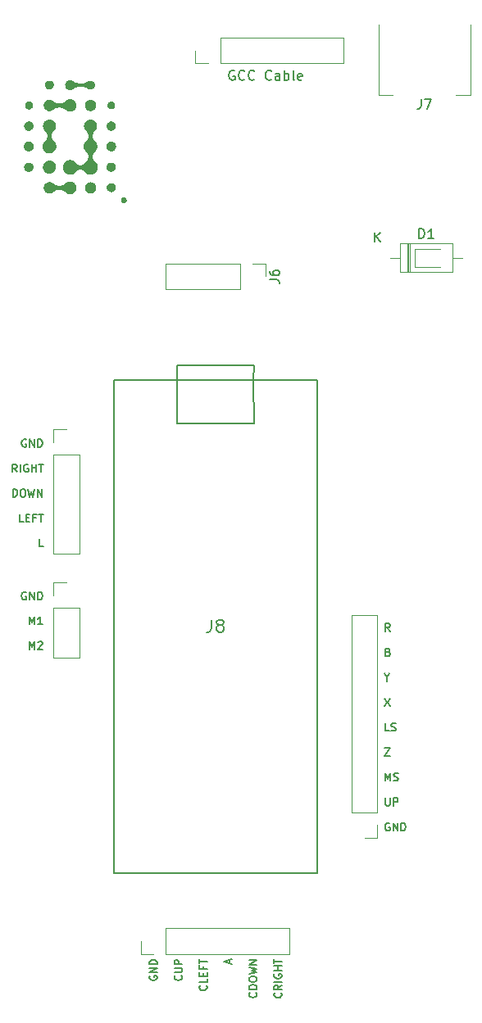
<source format=gbr>
%TF.GenerationSoftware,KiCad,Pcbnew,(6.0.7)*%
%TF.CreationDate,2023-01-05T19:34:40-06:00*%
%TF.ProjectId,OpenRectangle,4f70656e-5265-4637-9461-6e676c652e6b,rev?*%
%TF.SameCoordinates,Original*%
%TF.FileFunction,Legend,Top*%
%TF.FilePolarity,Positive*%
%FSLAX46Y46*%
G04 Gerber Fmt 4.6, Leading zero omitted, Abs format (unit mm)*
G04 Created by KiCad (PCBNEW (6.0.7)) date 2023-01-05 19:34:40*
%MOMM*%
%LPD*%
G01*
G04 APERTURE LIST*
%ADD10C,0.200000*%
%ADD11C,0.150000*%
%ADD12C,0.010000*%
%ADD13C,0.120000*%
%ADD14C,0.127000*%
G04 APERTURE END LIST*
D10*
X170200000Y-125818571D02*
X170161904Y-125894761D01*
X170161904Y-126009047D01*
X170200000Y-126123333D01*
X170276190Y-126199523D01*
X170352380Y-126237619D01*
X170504761Y-126275714D01*
X170619047Y-126275714D01*
X170771428Y-126237619D01*
X170847619Y-126199523D01*
X170923809Y-126123333D01*
X170961904Y-126009047D01*
X170961904Y-125932857D01*
X170923809Y-125818571D01*
X170885714Y-125780476D01*
X170619047Y-125780476D01*
X170619047Y-125932857D01*
X170961904Y-125437619D02*
X170161904Y-125437619D01*
X170961904Y-124980476D01*
X170161904Y-124980476D01*
X170961904Y-124599523D02*
X170161904Y-124599523D01*
X170161904Y-124409047D01*
X170200000Y-124294761D01*
X170276190Y-124218571D01*
X170352380Y-124180476D01*
X170504761Y-124142380D01*
X170619047Y-124142380D01*
X170771428Y-124180476D01*
X170847619Y-124218571D01*
X170923809Y-124294761D01*
X170961904Y-124409047D01*
X170961904Y-124599523D01*
X173461714Y-125780476D02*
X173499809Y-125818571D01*
X173537904Y-125932857D01*
X173537904Y-126009047D01*
X173499809Y-126123333D01*
X173423619Y-126199523D01*
X173347428Y-126237619D01*
X173195047Y-126275714D01*
X173080761Y-126275714D01*
X172928380Y-126237619D01*
X172852190Y-126199523D01*
X172776000Y-126123333D01*
X172737904Y-126009047D01*
X172737904Y-125932857D01*
X172776000Y-125818571D01*
X172814095Y-125780476D01*
X172737904Y-125437619D02*
X173385523Y-125437619D01*
X173461714Y-125399523D01*
X173499809Y-125361428D01*
X173537904Y-125285238D01*
X173537904Y-125132857D01*
X173499809Y-125056666D01*
X173461714Y-125018571D01*
X173385523Y-124980476D01*
X172737904Y-124980476D01*
X173537904Y-124599523D02*
X172737904Y-124599523D01*
X172737904Y-124294761D01*
X172776000Y-124218571D01*
X172814095Y-124180476D01*
X172890285Y-124142380D01*
X173004571Y-124142380D01*
X173080761Y-124180476D01*
X173118857Y-124218571D01*
X173156952Y-124294761D01*
X173156952Y-124599523D01*
X176037714Y-126809047D02*
X176075809Y-126847142D01*
X176113904Y-126961428D01*
X176113904Y-127037619D01*
X176075809Y-127151904D01*
X175999619Y-127228095D01*
X175923428Y-127266190D01*
X175771047Y-127304285D01*
X175656761Y-127304285D01*
X175504380Y-127266190D01*
X175428190Y-127228095D01*
X175352000Y-127151904D01*
X175313904Y-127037619D01*
X175313904Y-126961428D01*
X175352000Y-126847142D01*
X175390095Y-126809047D01*
X176113904Y-126085238D02*
X176113904Y-126466190D01*
X175313904Y-126466190D01*
X175694857Y-125818571D02*
X175694857Y-125551904D01*
X176113904Y-125437619D02*
X176113904Y-125818571D01*
X175313904Y-125818571D01*
X175313904Y-125437619D01*
X175694857Y-124828095D02*
X175694857Y-125094761D01*
X176113904Y-125094761D02*
X175313904Y-125094761D01*
X175313904Y-124713809D01*
X175313904Y-124523333D02*
X175313904Y-124066190D01*
X176113904Y-124294761D02*
X175313904Y-124294761D01*
X178461333Y-124523333D02*
X178461333Y-124142380D01*
X178689904Y-124599523D02*
X177889904Y-124332857D01*
X178689904Y-124066190D01*
X181189714Y-127532857D02*
X181227809Y-127570952D01*
X181265904Y-127685238D01*
X181265904Y-127761428D01*
X181227809Y-127875714D01*
X181151619Y-127951904D01*
X181075428Y-127990000D01*
X180923047Y-128028095D01*
X180808761Y-128028095D01*
X180656380Y-127990000D01*
X180580190Y-127951904D01*
X180504000Y-127875714D01*
X180465904Y-127761428D01*
X180465904Y-127685238D01*
X180504000Y-127570952D01*
X180542095Y-127532857D01*
X181265904Y-127190000D02*
X180465904Y-127190000D01*
X180465904Y-126999523D01*
X180504000Y-126885238D01*
X180580190Y-126809047D01*
X180656380Y-126770952D01*
X180808761Y-126732857D01*
X180923047Y-126732857D01*
X181075428Y-126770952D01*
X181151619Y-126809047D01*
X181227809Y-126885238D01*
X181265904Y-126999523D01*
X181265904Y-127190000D01*
X180465904Y-126237619D02*
X180465904Y-126085238D01*
X180504000Y-126009047D01*
X180580190Y-125932857D01*
X180732571Y-125894761D01*
X180999238Y-125894761D01*
X181151619Y-125932857D01*
X181227809Y-126009047D01*
X181265904Y-126085238D01*
X181265904Y-126237619D01*
X181227809Y-126313809D01*
X181151619Y-126390000D01*
X180999238Y-126428095D01*
X180732571Y-126428095D01*
X180580190Y-126390000D01*
X180504000Y-126313809D01*
X180465904Y-126237619D01*
X180465904Y-125628095D02*
X181265904Y-125437619D01*
X180694476Y-125285238D01*
X181265904Y-125132857D01*
X180465904Y-124942380D01*
X181265904Y-124637619D02*
X180465904Y-124637619D01*
X181265904Y-124180476D01*
X180465904Y-124180476D01*
X183765714Y-127570952D02*
X183803809Y-127609047D01*
X183841904Y-127723333D01*
X183841904Y-127799523D01*
X183803809Y-127913809D01*
X183727619Y-127990000D01*
X183651428Y-128028095D01*
X183499047Y-128066190D01*
X183384761Y-128066190D01*
X183232380Y-128028095D01*
X183156190Y-127990000D01*
X183080000Y-127913809D01*
X183041904Y-127799523D01*
X183041904Y-127723333D01*
X183080000Y-127609047D01*
X183118095Y-127570952D01*
X183841904Y-126770952D02*
X183460952Y-127037619D01*
X183841904Y-127228095D02*
X183041904Y-127228095D01*
X183041904Y-126923333D01*
X183080000Y-126847142D01*
X183118095Y-126809047D01*
X183194285Y-126770952D01*
X183308571Y-126770952D01*
X183384761Y-126809047D01*
X183422857Y-126847142D01*
X183460952Y-126923333D01*
X183460952Y-127228095D01*
X183841904Y-126428095D02*
X183041904Y-126428095D01*
X183080000Y-125628095D02*
X183041904Y-125704285D01*
X183041904Y-125818571D01*
X183080000Y-125932857D01*
X183156190Y-126009047D01*
X183232380Y-126047142D01*
X183384761Y-126085238D01*
X183499047Y-126085238D01*
X183651428Y-126047142D01*
X183727619Y-126009047D01*
X183803809Y-125932857D01*
X183841904Y-125818571D01*
X183841904Y-125742380D01*
X183803809Y-125628095D01*
X183765714Y-125590000D01*
X183499047Y-125590000D01*
X183499047Y-125742380D01*
X183841904Y-125247142D02*
X183041904Y-125247142D01*
X183422857Y-125247142D02*
X183422857Y-124790000D01*
X183841904Y-124790000D02*
X183041904Y-124790000D01*
X183041904Y-124523333D02*
X183041904Y-124066190D01*
X183841904Y-124294761D02*
X183041904Y-124294761D01*
X194997619Y-90187904D02*
X194730952Y-89806952D01*
X194540476Y-90187904D02*
X194540476Y-89387904D01*
X194845238Y-89387904D01*
X194921428Y-89426000D01*
X194959523Y-89464095D01*
X194997619Y-89540285D01*
X194997619Y-89654571D01*
X194959523Y-89730761D01*
X194921428Y-89768857D01*
X194845238Y-89806952D01*
X194540476Y-89806952D01*
X194807142Y-92344857D02*
X194921428Y-92382952D01*
X194959523Y-92421047D01*
X194997619Y-92497238D01*
X194997619Y-92611523D01*
X194959523Y-92687714D01*
X194921428Y-92725809D01*
X194845238Y-92763904D01*
X194540476Y-92763904D01*
X194540476Y-91963904D01*
X194807142Y-91963904D01*
X194883333Y-92002000D01*
X194921428Y-92040095D01*
X194959523Y-92116285D01*
X194959523Y-92192476D01*
X194921428Y-92268666D01*
X194883333Y-92306761D01*
X194807142Y-92344857D01*
X194540476Y-92344857D01*
X194692857Y-94958952D02*
X194692857Y-95339904D01*
X194426190Y-94539904D02*
X194692857Y-94958952D01*
X194959523Y-94539904D01*
X194464285Y-97115904D02*
X194997619Y-97915904D01*
X194997619Y-97115904D02*
X194464285Y-97915904D01*
X194921428Y-100491904D02*
X194540476Y-100491904D01*
X194540476Y-99691904D01*
X195150000Y-100453809D02*
X195264285Y-100491904D01*
X195454761Y-100491904D01*
X195530952Y-100453809D01*
X195569047Y-100415714D01*
X195607142Y-100339523D01*
X195607142Y-100263333D01*
X195569047Y-100187142D01*
X195530952Y-100149047D01*
X195454761Y-100110952D01*
X195302380Y-100072857D01*
X195226190Y-100034761D01*
X195188095Y-99996666D01*
X195150000Y-99920476D01*
X195150000Y-99844285D01*
X195188095Y-99768095D01*
X195226190Y-99730000D01*
X195302380Y-99691904D01*
X195492857Y-99691904D01*
X195607142Y-99730000D01*
X194464285Y-102267904D02*
X194997619Y-102267904D01*
X194464285Y-103067904D01*
X194997619Y-103067904D01*
X194540476Y-105643904D02*
X194540476Y-104843904D01*
X194807142Y-105415333D01*
X195073809Y-104843904D01*
X195073809Y-105643904D01*
X195416666Y-105605809D02*
X195530952Y-105643904D01*
X195721428Y-105643904D01*
X195797619Y-105605809D01*
X195835714Y-105567714D01*
X195873809Y-105491523D01*
X195873809Y-105415333D01*
X195835714Y-105339142D01*
X195797619Y-105301047D01*
X195721428Y-105262952D01*
X195569047Y-105224857D01*
X195492857Y-105186761D01*
X195454761Y-105148666D01*
X195416666Y-105072476D01*
X195416666Y-104996285D01*
X195454761Y-104920095D01*
X195492857Y-104882000D01*
X195569047Y-104843904D01*
X195759523Y-104843904D01*
X195873809Y-104882000D01*
X194540476Y-107419904D02*
X194540476Y-108067523D01*
X194578571Y-108143714D01*
X194616666Y-108181809D01*
X194692857Y-108219904D01*
X194845238Y-108219904D01*
X194921428Y-108181809D01*
X194959523Y-108143714D01*
X194997619Y-108067523D01*
X194997619Y-107419904D01*
X195378571Y-108219904D02*
X195378571Y-107419904D01*
X195683333Y-107419904D01*
X195759523Y-107458000D01*
X195797619Y-107496095D01*
X195835714Y-107572285D01*
X195835714Y-107686571D01*
X195797619Y-107762761D01*
X195759523Y-107800857D01*
X195683333Y-107838952D01*
X195378571Y-107838952D01*
X194959523Y-110034000D02*
X194883333Y-109995904D01*
X194769047Y-109995904D01*
X194654761Y-110034000D01*
X194578571Y-110110190D01*
X194540476Y-110186380D01*
X194502380Y-110338761D01*
X194502380Y-110453047D01*
X194540476Y-110605428D01*
X194578571Y-110681619D01*
X194654761Y-110757809D01*
X194769047Y-110795904D01*
X194845238Y-110795904D01*
X194959523Y-110757809D01*
X194997619Y-110719714D01*
X194997619Y-110453047D01*
X194845238Y-110453047D01*
X195340476Y-110795904D02*
X195340476Y-109995904D01*
X195797619Y-110795904D01*
X195797619Y-109995904D01*
X196178571Y-110795904D02*
X196178571Y-109995904D01*
X196369047Y-109995904D01*
X196483333Y-110034000D01*
X196559523Y-110110190D01*
X196597619Y-110186380D01*
X196635714Y-110338761D01*
X196635714Y-110453047D01*
X196597619Y-110605428D01*
X196559523Y-110681619D01*
X196483333Y-110757809D01*
X196369047Y-110795904D01*
X196178571Y-110795904D01*
X157431428Y-86154000D02*
X157355238Y-86115904D01*
X157240952Y-86115904D01*
X157126666Y-86154000D01*
X157050476Y-86230190D01*
X157012380Y-86306380D01*
X156974285Y-86458761D01*
X156974285Y-86573047D01*
X157012380Y-86725428D01*
X157050476Y-86801619D01*
X157126666Y-86877809D01*
X157240952Y-86915904D01*
X157317142Y-86915904D01*
X157431428Y-86877809D01*
X157469523Y-86839714D01*
X157469523Y-86573047D01*
X157317142Y-86573047D01*
X157812380Y-86915904D02*
X157812380Y-86115904D01*
X158269523Y-86915904D01*
X158269523Y-86115904D01*
X158650476Y-86915904D02*
X158650476Y-86115904D01*
X158840952Y-86115904D01*
X158955238Y-86154000D01*
X159031428Y-86230190D01*
X159069523Y-86306380D01*
X159107619Y-86458761D01*
X159107619Y-86573047D01*
X159069523Y-86725428D01*
X159031428Y-86801619D01*
X158955238Y-86877809D01*
X158840952Y-86915904D01*
X158650476Y-86915904D01*
X157774285Y-89491904D02*
X157774285Y-88691904D01*
X158040952Y-89263333D01*
X158307619Y-88691904D01*
X158307619Y-89491904D01*
X159107619Y-89491904D02*
X158650476Y-89491904D01*
X158879047Y-89491904D02*
X158879047Y-88691904D01*
X158802857Y-88806190D01*
X158726666Y-88882380D01*
X158650476Y-88920476D01*
X157774285Y-92067904D02*
X157774285Y-91267904D01*
X158040952Y-91839333D01*
X158307619Y-91267904D01*
X158307619Y-92067904D01*
X158650476Y-91344095D02*
X158688571Y-91306000D01*
X158764761Y-91267904D01*
X158955238Y-91267904D01*
X159031428Y-91306000D01*
X159069523Y-91344095D01*
X159107619Y-91420285D01*
X159107619Y-91496476D01*
X159069523Y-91610761D01*
X158612380Y-92067904D01*
X159107619Y-92067904D01*
X157431428Y-70378000D02*
X157355238Y-70339904D01*
X157240952Y-70339904D01*
X157126666Y-70378000D01*
X157050476Y-70454190D01*
X157012380Y-70530380D01*
X156974285Y-70682761D01*
X156974285Y-70797047D01*
X157012380Y-70949428D01*
X157050476Y-71025619D01*
X157126666Y-71101809D01*
X157240952Y-71139904D01*
X157317142Y-71139904D01*
X157431428Y-71101809D01*
X157469523Y-71063714D01*
X157469523Y-70797047D01*
X157317142Y-70797047D01*
X157812380Y-71139904D02*
X157812380Y-70339904D01*
X158269523Y-71139904D01*
X158269523Y-70339904D01*
X158650476Y-71139904D02*
X158650476Y-70339904D01*
X158840952Y-70339904D01*
X158955238Y-70378000D01*
X159031428Y-70454190D01*
X159069523Y-70530380D01*
X159107619Y-70682761D01*
X159107619Y-70797047D01*
X159069523Y-70949428D01*
X159031428Y-71025619D01*
X158955238Y-71101809D01*
X158840952Y-71139904D01*
X158650476Y-71139904D01*
X156479047Y-73715904D02*
X156212380Y-73334952D01*
X156021904Y-73715904D02*
X156021904Y-72915904D01*
X156326666Y-72915904D01*
X156402857Y-72954000D01*
X156440952Y-72992095D01*
X156479047Y-73068285D01*
X156479047Y-73182571D01*
X156440952Y-73258761D01*
X156402857Y-73296857D01*
X156326666Y-73334952D01*
X156021904Y-73334952D01*
X156821904Y-73715904D02*
X156821904Y-72915904D01*
X157621904Y-72954000D02*
X157545714Y-72915904D01*
X157431428Y-72915904D01*
X157317142Y-72954000D01*
X157240952Y-73030190D01*
X157202857Y-73106380D01*
X157164761Y-73258761D01*
X157164761Y-73373047D01*
X157202857Y-73525428D01*
X157240952Y-73601619D01*
X157317142Y-73677809D01*
X157431428Y-73715904D01*
X157507619Y-73715904D01*
X157621904Y-73677809D01*
X157660000Y-73639714D01*
X157660000Y-73373047D01*
X157507619Y-73373047D01*
X158002857Y-73715904D02*
X158002857Y-72915904D01*
X158002857Y-73296857D02*
X158460000Y-73296857D01*
X158460000Y-73715904D02*
X158460000Y-72915904D01*
X158726666Y-72915904D02*
X159183809Y-72915904D01*
X158955238Y-73715904D02*
X158955238Y-72915904D01*
X156060000Y-76291904D02*
X156060000Y-75491904D01*
X156250476Y-75491904D01*
X156364761Y-75530000D01*
X156440952Y-75606190D01*
X156479047Y-75682380D01*
X156517142Y-75834761D01*
X156517142Y-75949047D01*
X156479047Y-76101428D01*
X156440952Y-76177619D01*
X156364761Y-76253809D01*
X156250476Y-76291904D01*
X156060000Y-76291904D01*
X157012380Y-75491904D02*
X157164761Y-75491904D01*
X157240952Y-75530000D01*
X157317142Y-75606190D01*
X157355238Y-75758571D01*
X157355238Y-76025238D01*
X157317142Y-76177619D01*
X157240952Y-76253809D01*
X157164761Y-76291904D01*
X157012380Y-76291904D01*
X156936190Y-76253809D01*
X156860000Y-76177619D01*
X156821904Y-76025238D01*
X156821904Y-75758571D01*
X156860000Y-75606190D01*
X156936190Y-75530000D01*
X157012380Y-75491904D01*
X157621904Y-75491904D02*
X157812380Y-76291904D01*
X157964761Y-75720476D01*
X158117142Y-76291904D01*
X158307619Y-75491904D01*
X158612380Y-76291904D02*
X158612380Y-75491904D01*
X159069523Y-76291904D01*
X159069523Y-75491904D01*
X157164761Y-78867904D02*
X156783809Y-78867904D01*
X156783809Y-78067904D01*
X157431428Y-78448857D02*
X157698095Y-78448857D01*
X157812380Y-78867904D02*
X157431428Y-78867904D01*
X157431428Y-78067904D01*
X157812380Y-78067904D01*
X158421904Y-78448857D02*
X158155238Y-78448857D01*
X158155238Y-78867904D02*
X158155238Y-78067904D01*
X158536190Y-78067904D01*
X158726666Y-78067904D02*
X159183809Y-78067904D01*
X158955238Y-78867904D02*
X158955238Y-78067904D01*
X159183809Y-81443904D02*
X158802857Y-81443904D01*
X158802857Y-80643904D01*
D11*
%TO.C,J8*%
X176582916Y-88998273D02*
X176582916Y-89905416D01*
X176522440Y-90086845D01*
X176401488Y-90207797D01*
X176220059Y-90268273D01*
X176099107Y-90268273D01*
X177369107Y-89542559D02*
X177248154Y-89482083D01*
X177187678Y-89421607D01*
X177127202Y-89300654D01*
X177127202Y-89240178D01*
X177187678Y-89119226D01*
X177248154Y-89058750D01*
X177369107Y-88998273D01*
X177611011Y-88998273D01*
X177731964Y-89058750D01*
X177792440Y-89119226D01*
X177852916Y-89240178D01*
X177852916Y-89300654D01*
X177792440Y-89421607D01*
X177731964Y-89482083D01*
X177611011Y-89542559D01*
X177369107Y-89542559D01*
X177248154Y-89603035D01*
X177187678Y-89663511D01*
X177127202Y-89784464D01*
X177127202Y-90026369D01*
X177187678Y-90147321D01*
X177248154Y-90207797D01*
X177369107Y-90268273D01*
X177611011Y-90268273D01*
X177731964Y-90207797D01*
X177792440Y-90147321D01*
X177852916Y-90026369D01*
X177852916Y-89784464D01*
X177792440Y-89663511D01*
X177731964Y-89603035D01*
X177611011Y-89542559D01*
%TO.C,D1*%
X198016904Y-49576130D02*
X198016904Y-48576130D01*
X198255000Y-48576130D01*
X198397857Y-48623750D01*
X198493095Y-48718988D01*
X198540714Y-48814226D01*
X198588333Y-49004702D01*
X198588333Y-49147559D01*
X198540714Y-49338035D01*
X198493095Y-49433273D01*
X198397857Y-49528511D01*
X198255000Y-49576130D01*
X198016904Y-49576130D01*
X199540714Y-49576130D02*
X198969285Y-49576130D01*
X199255000Y-49576130D02*
X199255000Y-48576130D01*
X199159761Y-48718988D01*
X199064523Y-48814226D01*
X198969285Y-48861845D01*
X193413095Y-49946130D02*
X193413095Y-48946130D01*
X193984523Y-49946130D02*
X193555952Y-49374702D01*
X193984523Y-48946130D02*
X193413095Y-49517559D01*
%TO.C,J6*%
X182588630Y-53843333D02*
X183302916Y-53843333D01*
X183445773Y-53890952D01*
X183541011Y-53986190D01*
X183588630Y-54129047D01*
X183588630Y-54224285D01*
X182588630Y-52938571D02*
X182588630Y-53129047D01*
X182636250Y-53224285D01*
X182683869Y-53271904D01*
X182826726Y-53367142D01*
X183017202Y-53414761D01*
X183398154Y-53414761D01*
X183493392Y-53367142D01*
X183541011Y-53319523D01*
X183588630Y-53224285D01*
X183588630Y-53033809D01*
X183541011Y-52938571D01*
X183493392Y-52890952D01*
X183398154Y-52843333D01*
X183160059Y-52843333D01*
X183064821Y-52890952D01*
X183017202Y-52938571D01*
X182969583Y-53033809D01*
X182969583Y-53224285D01*
X183017202Y-53319523D01*
X183064821Y-53367142D01*
X183160059Y-53414761D01*
%TO.C,J5*%
X178955714Y-32260000D02*
X178860476Y-32212380D01*
X178717619Y-32212380D01*
X178574761Y-32260000D01*
X178479523Y-32355238D01*
X178431904Y-32450476D01*
X178384285Y-32640952D01*
X178384285Y-32783809D01*
X178431904Y-32974285D01*
X178479523Y-33069523D01*
X178574761Y-33164761D01*
X178717619Y-33212380D01*
X178812857Y-33212380D01*
X178955714Y-33164761D01*
X179003333Y-33117142D01*
X179003333Y-32783809D01*
X178812857Y-32783809D01*
X180003333Y-33117142D02*
X179955714Y-33164761D01*
X179812857Y-33212380D01*
X179717619Y-33212380D01*
X179574761Y-33164761D01*
X179479523Y-33069523D01*
X179431904Y-32974285D01*
X179384285Y-32783809D01*
X179384285Y-32640952D01*
X179431904Y-32450476D01*
X179479523Y-32355238D01*
X179574761Y-32260000D01*
X179717619Y-32212380D01*
X179812857Y-32212380D01*
X179955714Y-32260000D01*
X180003333Y-32307619D01*
X181003333Y-33117142D02*
X180955714Y-33164761D01*
X180812857Y-33212380D01*
X180717619Y-33212380D01*
X180574761Y-33164761D01*
X180479523Y-33069523D01*
X180431904Y-32974285D01*
X180384285Y-32783809D01*
X180384285Y-32640952D01*
X180431904Y-32450476D01*
X180479523Y-32355238D01*
X180574761Y-32260000D01*
X180717619Y-32212380D01*
X180812857Y-32212380D01*
X180955714Y-32260000D01*
X181003333Y-32307619D01*
X182765238Y-33117142D02*
X182717619Y-33164761D01*
X182574761Y-33212380D01*
X182479523Y-33212380D01*
X182336666Y-33164761D01*
X182241428Y-33069523D01*
X182193809Y-32974285D01*
X182146190Y-32783809D01*
X182146190Y-32640952D01*
X182193809Y-32450476D01*
X182241428Y-32355238D01*
X182336666Y-32260000D01*
X182479523Y-32212380D01*
X182574761Y-32212380D01*
X182717619Y-32260000D01*
X182765238Y-32307619D01*
X183622380Y-33212380D02*
X183622380Y-32688571D01*
X183574761Y-32593333D01*
X183479523Y-32545714D01*
X183289047Y-32545714D01*
X183193809Y-32593333D01*
X183622380Y-33164761D02*
X183527142Y-33212380D01*
X183289047Y-33212380D01*
X183193809Y-33164761D01*
X183146190Y-33069523D01*
X183146190Y-32974285D01*
X183193809Y-32879047D01*
X183289047Y-32831428D01*
X183527142Y-32831428D01*
X183622380Y-32783809D01*
X184098571Y-33212380D02*
X184098571Y-32212380D01*
X184098571Y-32593333D02*
X184193809Y-32545714D01*
X184384285Y-32545714D01*
X184479523Y-32593333D01*
X184527142Y-32640952D01*
X184574761Y-32736190D01*
X184574761Y-33021904D01*
X184527142Y-33117142D01*
X184479523Y-33164761D01*
X184384285Y-33212380D01*
X184193809Y-33212380D01*
X184098571Y-33164761D01*
X185146190Y-33212380D02*
X185050952Y-33164761D01*
X185003333Y-33069523D01*
X185003333Y-32212380D01*
X185908095Y-33164761D02*
X185812857Y-33212380D01*
X185622380Y-33212380D01*
X185527142Y-33164761D01*
X185479523Y-33069523D01*
X185479523Y-32688571D01*
X185527142Y-32593333D01*
X185622380Y-32545714D01*
X185812857Y-32545714D01*
X185908095Y-32593333D01*
X185955714Y-32688571D01*
X185955714Y-32783809D01*
X185479523Y-32879047D01*
%TO.C,J7*%
X198245166Y-35181130D02*
X198245166Y-35895416D01*
X198197547Y-36038273D01*
X198102309Y-36133511D01*
X197959452Y-36181130D01*
X197864214Y-36181130D01*
X198626119Y-35181130D02*
X199292785Y-35181130D01*
X198864214Y-36181130D01*
%TO.C,H18*%
G36*
X167499401Y-45362880D02*
G01*
X167512169Y-45363185D01*
X167522131Y-45363829D01*
X167530422Y-45364917D01*
X167538177Y-45366556D01*
X167546190Y-45368752D01*
X167580792Y-45381476D01*
X167613290Y-45398588D01*
X167643161Y-45419733D01*
X167669884Y-45444552D01*
X167687773Y-45465660D01*
X167697521Y-45480127D01*
X167707532Y-45497849D01*
X167717012Y-45517168D01*
X167725167Y-45536427D01*
X167731205Y-45553969D01*
X167732670Y-45559393D01*
X167738542Y-45593494D01*
X167739590Y-45627390D01*
X167736068Y-45660696D01*
X167728230Y-45693027D01*
X167716328Y-45723996D01*
X167700616Y-45753218D01*
X167681348Y-45780307D01*
X167658776Y-45804876D01*
X167633153Y-45826541D01*
X167604734Y-45844914D01*
X167573772Y-45859611D01*
X167540519Y-45870245D01*
X167526607Y-45873279D01*
X167510083Y-45875492D01*
X167490861Y-45876614D01*
X167470842Y-45876643D01*
X167451931Y-45875578D01*
X167436031Y-45873417D01*
X167435700Y-45873351D01*
X167400971Y-45863862D01*
X167368244Y-45849908D01*
X167337884Y-45831834D01*
X167310253Y-45809984D01*
X167285714Y-45784702D01*
X167264631Y-45756330D01*
X167247368Y-45725215D01*
X167234287Y-45691699D01*
X167230727Y-45679321D01*
X167227261Y-45662034D01*
X167224950Y-45642041D01*
X167223851Y-45620999D01*
X167224023Y-45600567D01*
X167225524Y-45582400D01*
X167227014Y-45573610D01*
X167237125Y-45537957D01*
X167251531Y-45504553D01*
X167269952Y-45473747D01*
X167292106Y-45445886D01*
X167317711Y-45421319D01*
X167346486Y-45400394D01*
X167378150Y-45383459D01*
X167382117Y-45381717D01*
X167398358Y-45375051D01*
X167412458Y-45370129D01*
X167425756Y-45366699D01*
X167439588Y-45364508D01*
X167455293Y-45363307D01*
X167474207Y-45362843D01*
X167482690Y-45362808D01*
X167499401Y-45362880D01*
G37*
D12*
X167499401Y-45362880D02*
X167512169Y-45363185D01*
X167522131Y-45363829D01*
X167530422Y-45364917D01*
X167538177Y-45366556D01*
X167546190Y-45368752D01*
X167580792Y-45381476D01*
X167613290Y-45398588D01*
X167643161Y-45419733D01*
X167669884Y-45444552D01*
X167687773Y-45465660D01*
X167697521Y-45480127D01*
X167707532Y-45497849D01*
X167717012Y-45517168D01*
X167725167Y-45536427D01*
X167731205Y-45553969D01*
X167732670Y-45559393D01*
X167738542Y-45593494D01*
X167739590Y-45627390D01*
X167736068Y-45660696D01*
X167728230Y-45693027D01*
X167716328Y-45723996D01*
X167700616Y-45753218D01*
X167681348Y-45780307D01*
X167658776Y-45804876D01*
X167633153Y-45826541D01*
X167604734Y-45844914D01*
X167573772Y-45859611D01*
X167540519Y-45870245D01*
X167526607Y-45873279D01*
X167510083Y-45875492D01*
X167490861Y-45876614D01*
X167470842Y-45876643D01*
X167451931Y-45875578D01*
X167436031Y-45873417D01*
X167435700Y-45873351D01*
X167400971Y-45863862D01*
X167368244Y-45849908D01*
X167337884Y-45831834D01*
X167310253Y-45809984D01*
X167285714Y-45784702D01*
X167264631Y-45756330D01*
X167247368Y-45725215D01*
X167234287Y-45691699D01*
X167230727Y-45679321D01*
X167227261Y-45662034D01*
X167224950Y-45642041D01*
X167223851Y-45620999D01*
X167224023Y-45600567D01*
X167225524Y-45582400D01*
X167227014Y-45573610D01*
X167237125Y-45537957D01*
X167251531Y-45504553D01*
X167269952Y-45473747D01*
X167292106Y-45445886D01*
X167317711Y-45421319D01*
X167346486Y-45400394D01*
X167378150Y-45383459D01*
X167382117Y-45381717D01*
X167398358Y-45375051D01*
X167412458Y-45370129D01*
X167425756Y-45366699D01*
X167439588Y-45364508D01*
X167455293Y-45363307D01*
X167474207Y-45362843D01*
X167482690Y-45362808D01*
X167499401Y-45362880D01*
G36*
X161992016Y-43705492D02*
G01*
X162046233Y-43712492D01*
X162099729Y-43724355D01*
X162109274Y-43727016D01*
X162160124Y-43744244D01*
X162209360Y-43766086D01*
X162256524Y-43792252D01*
X162301157Y-43822453D01*
X162342799Y-43856399D01*
X162380993Y-43893801D01*
X162390986Y-43904830D01*
X162425831Y-43947746D01*
X162456119Y-43992422D01*
X162481971Y-44039127D01*
X162503508Y-44088128D01*
X162520851Y-44139693D01*
X162534123Y-44194090D01*
X162541571Y-44237570D01*
X162542874Y-44250219D01*
X162543838Y-44266724D01*
X162544465Y-44285943D01*
X162544756Y-44306734D01*
X162544710Y-44327953D01*
X162544330Y-44348460D01*
X162543616Y-44367112D01*
X162542567Y-44382767D01*
X162541468Y-44392510D01*
X162530660Y-44449623D01*
X162515558Y-44504189D01*
X162496209Y-44556115D01*
X162472662Y-44605309D01*
X162444966Y-44651679D01*
X162413169Y-44695132D01*
X162377321Y-44735575D01*
X162345121Y-44766264D01*
X162301355Y-44801741D01*
X162255450Y-44832638D01*
X162207325Y-44858994D01*
X162156894Y-44880849D01*
X162104075Y-44898240D01*
X162048784Y-44911207D01*
X162022960Y-44915626D01*
X162012416Y-44916884D01*
X161998361Y-44918060D01*
X161981859Y-44919116D01*
X161963978Y-44920011D01*
X161945783Y-44920704D01*
X161928339Y-44921156D01*
X161912712Y-44921325D01*
X161899969Y-44921172D01*
X161891174Y-44920656D01*
X161890880Y-44920623D01*
X161884377Y-44919873D01*
X161874527Y-44918750D01*
X161863029Y-44917447D01*
X161857860Y-44916863D01*
X161811542Y-44909367D01*
X161764486Y-44897403D01*
X161717559Y-44881327D01*
X161671626Y-44861493D01*
X161627552Y-44838254D01*
X161586204Y-44811964D01*
X161567030Y-44797946D01*
X161558474Y-44791166D01*
X161547760Y-44782357D01*
X161536522Y-44772873D01*
X161529936Y-44767187D01*
X161488133Y-44731691D01*
X161448310Y-44699999D01*
X161409746Y-44671610D01*
X161371721Y-44646026D01*
X161333515Y-44622745D01*
X161294407Y-44601269D01*
X161281292Y-44594548D01*
X161226873Y-44569029D01*
X161171836Y-44547110D01*
X161115473Y-44528591D01*
X161057074Y-44513270D01*
X160995932Y-44500946D01*
X160931338Y-44491420D01*
X160907900Y-44488721D01*
X160852337Y-44484774D01*
X160794178Y-44484455D01*
X160734279Y-44487667D01*
X160673498Y-44494312D01*
X160612693Y-44504293D01*
X160552721Y-44517514D01*
X160494438Y-44533877D01*
X160486260Y-44536478D01*
X160446167Y-44550453D01*
X160406313Y-44566313D01*
X160367308Y-44583724D01*
X160329765Y-44602353D01*
X160294297Y-44621865D01*
X160261515Y-44641927D01*
X160232031Y-44662204D01*
X160206459Y-44682365D01*
X160188758Y-44698653D01*
X160148846Y-44735323D01*
X160106960Y-44767337D01*
X160062968Y-44794774D01*
X160016740Y-44817711D01*
X159968143Y-44836227D01*
X159946510Y-44842843D01*
X159896301Y-44854549D01*
X159845871Y-44861317D01*
X159795519Y-44863261D01*
X159745545Y-44860494D01*
X159696247Y-44853131D01*
X159647925Y-44841287D01*
X159600879Y-44825076D01*
X159555406Y-44804613D01*
X159511806Y-44780011D01*
X159470379Y-44751386D01*
X159431424Y-44718851D01*
X159395239Y-44682520D01*
X159362125Y-44642510D01*
X159340000Y-44610950D01*
X159314583Y-44567454D01*
X159293028Y-44521094D01*
X159275623Y-44472617D01*
X159262656Y-44422767D01*
X159258141Y-44398860D01*
X159255205Y-44375915D01*
X159253291Y-44349633D01*
X159252431Y-44321655D01*
X159252655Y-44293627D01*
X159253993Y-44267192D01*
X159255442Y-44251922D01*
X159263910Y-44200463D01*
X159276999Y-44150734D01*
X159294477Y-44102964D01*
X159316112Y-44057380D01*
X159341674Y-44014209D01*
X159370930Y-43973680D01*
X159403648Y-43936020D01*
X159439597Y-43901457D01*
X159478545Y-43870219D01*
X159520261Y-43842533D01*
X159564512Y-43818627D01*
X159611068Y-43798729D01*
X159659696Y-43783066D01*
X159710165Y-43771867D01*
X159749294Y-43766512D01*
X159798762Y-43764039D01*
X159848604Y-43766436D01*
X159898338Y-43773564D01*
X159947481Y-43785287D01*
X159995549Y-43801467D01*
X160042060Y-43821966D01*
X160086531Y-43846646D01*
X160126850Y-43874140D01*
X160135242Y-43880753D01*
X160146145Y-43889787D01*
X160158342Y-43900213D01*
X160170616Y-43910999D01*
X160174794Y-43914749D01*
X160201412Y-43937068D01*
X160232258Y-43959886D01*
X160266573Y-43982712D01*
X160303601Y-44005061D01*
X160342584Y-44026443D01*
X160368150Y-44039366D01*
X160434462Y-44069051D01*
X160501677Y-44093787D01*
X160569620Y-44113591D01*
X160638117Y-44128477D01*
X160706991Y-44138462D01*
X160776069Y-44143561D01*
X160845175Y-44143790D01*
X160914134Y-44139164D01*
X160982771Y-44129700D01*
X161050911Y-44115412D01*
X161118379Y-44096317D01*
X161185000Y-44072431D01*
X161250599Y-44043768D01*
X161315001Y-44010345D01*
X161378031Y-43972178D01*
X161417523Y-43945301D01*
X161436317Y-43931594D01*
X161457545Y-43915532D01*
X161479869Y-43898162D01*
X161501952Y-43880532D01*
X161522456Y-43863690D01*
X161532209Y-43855455D01*
X161558541Y-43833856D01*
X161583873Y-43815068D01*
X161610099Y-43797728D01*
X161625393Y-43788432D01*
X161673633Y-43762796D01*
X161723907Y-43741673D01*
X161775821Y-43725112D01*
X161828983Y-43713164D01*
X161882998Y-43705878D01*
X161937473Y-43703304D01*
X161992016Y-43705492D01*
G37*
X161992016Y-43705492D02*
X162046233Y-43712492D01*
X162099729Y-43724355D01*
X162109274Y-43727016D01*
X162160124Y-43744244D01*
X162209360Y-43766086D01*
X162256524Y-43792252D01*
X162301157Y-43822453D01*
X162342799Y-43856399D01*
X162380993Y-43893801D01*
X162390986Y-43904830D01*
X162425831Y-43947746D01*
X162456119Y-43992422D01*
X162481971Y-44039127D01*
X162503508Y-44088128D01*
X162520851Y-44139693D01*
X162534123Y-44194090D01*
X162541571Y-44237570D01*
X162542874Y-44250219D01*
X162543838Y-44266724D01*
X162544465Y-44285943D01*
X162544756Y-44306734D01*
X162544710Y-44327953D01*
X162544330Y-44348460D01*
X162543616Y-44367112D01*
X162542567Y-44382767D01*
X162541468Y-44392510D01*
X162530660Y-44449623D01*
X162515558Y-44504189D01*
X162496209Y-44556115D01*
X162472662Y-44605309D01*
X162444966Y-44651679D01*
X162413169Y-44695132D01*
X162377321Y-44735575D01*
X162345121Y-44766264D01*
X162301355Y-44801741D01*
X162255450Y-44832638D01*
X162207325Y-44858994D01*
X162156894Y-44880849D01*
X162104075Y-44898240D01*
X162048784Y-44911207D01*
X162022960Y-44915626D01*
X162012416Y-44916884D01*
X161998361Y-44918060D01*
X161981859Y-44919116D01*
X161963978Y-44920011D01*
X161945783Y-44920704D01*
X161928339Y-44921156D01*
X161912712Y-44921325D01*
X161899969Y-44921172D01*
X161891174Y-44920656D01*
X161890880Y-44920623D01*
X161884377Y-44919873D01*
X161874527Y-44918750D01*
X161863029Y-44917447D01*
X161857860Y-44916863D01*
X161811542Y-44909367D01*
X161764486Y-44897403D01*
X161717559Y-44881327D01*
X161671626Y-44861493D01*
X161627552Y-44838254D01*
X161586204Y-44811964D01*
X161567030Y-44797946D01*
X161558474Y-44791166D01*
X161547760Y-44782357D01*
X161536522Y-44772873D01*
X161529936Y-44767187D01*
X161488133Y-44731691D01*
X161448310Y-44699999D01*
X161409746Y-44671610D01*
X161371721Y-44646026D01*
X161333515Y-44622745D01*
X161294407Y-44601269D01*
X161281292Y-44594548D01*
X161226873Y-44569029D01*
X161171836Y-44547110D01*
X161115473Y-44528591D01*
X161057074Y-44513270D01*
X160995932Y-44500946D01*
X160931338Y-44491420D01*
X160907900Y-44488721D01*
X160852337Y-44484774D01*
X160794178Y-44484455D01*
X160734279Y-44487667D01*
X160673498Y-44494312D01*
X160612693Y-44504293D01*
X160552721Y-44517514D01*
X160494438Y-44533877D01*
X160486260Y-44536478D01*
X160446167Y-44550453D01*
X160406313Y-44566313D01*
X160367308Y-44583724D01*
X160329765Y-44602353D01*
X160294297Y-44621865D01*
X160261515Y-44641927D01*
X160232031Y-44662204D01*
X160206459Y-44682365D01*
X160188758Y-44698653D01*
X160148846Y-44735323D01*
X160106960Y-44767337D01*
X160062968Y-44794774D01*
X160016740Y-44817711D01*
X159968143Y-44836227D01*
X159946510Y-44842843D01*
X159896301Y-44854549D01*
X159845871Y-44861317D01*
X159795519Y-44863261D01*
X159745545Y-44860494D01*
X159696247Y-44853131D01*
X159647925Y-44841287D01*
X159600879Y-44825076D01*
X159555406Y-44804613D01*
X159511806Y-44780011D01*
X159470379Y-44751386D01*
X159431424Y-44718851D01*
X159395239Y-44682520D01*
X159362125Y-44642510D01*
X159340000Y-44610950D01*
X159314583Y-44567454D01*
X159293028Y-44521094D01*
X159275623Y-44472617D01*
X159262656Y-44422767D01*
X159258141Y-44398860D01*
X159255205Y-44375915D01*
X159253291Y-44349633D01*
X159252431Y-44321655D01*
X159252655Y-44293627D01*
X159253993Y-44267192D01*
X159255442Y-44251922D01*
X159263910Y-44200463D01*
X159276999Y-44150734D01*
X159294477Y-44102964D01*
X159316112Y-44057380D01*
X159341674Y-44014209D01*
X159370930Y-43973680D01*
X159403648Y-43936020D01*
X159439597Y-43901457D01*
X159478545Y-43870219D01*
X159520261Y-43842533D01*
X159564512Y-43818627D01*
X159611068Y-43798729D01*
X159659696Y-43783066D01*
X159710165Y-43771867D01*
X159749294Y-43766512D01*
X159798762Y-43764039D01*
X159848604Y-43766436D01*
X159898338Y-43773564D01*
X159947481Y-43785287D01*
X159995549Y-43801467D01*
X160042060Y-43821966D01*
X160086531Y-43846646D01*
X160126850Y-43874140D01*
X160135242Y-43880753D01*
X160146145Y-43889787D01*
X160158342Y-43900213D01*
X160170616Y-43910999D01*
X160174794Y-43914749D01*
X160201412Y-43937068D01*
X160232258Y-43959886D01*
X160266573Y-43982712D01*
X160303601Y-44005061D01*
X160342584Y-44026443D01*
X160368150Y-44039366D01*
X160434462Y-44069051D01*
X160501677Y-44093787D01*
X160569620Y-44113591D01*
X160638117Y-44128477D01*
X160706991Y-44138462D01*
X160776069Y-44143561D01*
X160845175Y-44143790D01*
X160914134Y-44139164D01*
X160982771Y-44129700D01*
X161050911Y-44115412D01*
X161118379Y-44096317D01*
X161185000Y-44072431D01*
X161250599Y-44043768D01*
X161315001Y-44010345D01*
X161378031Y-43972178D01*
X161417523Y-43945301D01*
X161436317Y-43931594D01*
X161457545Y-43915532D01*
X161479869Y-43898162D01*
X161501952Y-43880532D01*
X161522456Y-43863690D01*
X161532209Y-43855455D01*
X161558541Y-43833856D01*
X161583873Y-43815068D01*
X161610099Y-43797728D01*
X161625393Y-43788432D01*
X161673633Y-43762796D01*
X161723907Y-43741673D01*
X161775821Y-43725112D01*
X161828983Y-43713164D01*
X161882998Y-43705878D01*
X161937473Y-43703304D01*
X161992016Y-43705492D01*
G36*
X164074640Y-43775298D02*
G01*
X164125281Y-43780636D01*
X164174845Y-43790687D01*
X164223044Y-43805280D01*
X164269593Y-43824244D01*
X164314203Y-43847408D01*
X164356588Y-43874600D01*
X164396461Y-43905651D01*
X164433535Y-43940389D01*
X164467523Y-43978642D01*
X164498137Y-44020241D01*
X164525092Y-44065013D01*
X164531847Y-44077904D01*
X164553134Y-44125263D01*
X164569830Y-44174528D01*
X164582031Y-44225996D01*
X164584949Y-44242650D01*
X164587472Y-44263613D01*
X164589019Y-44288079D01*
X164589600Y-44314565D01*
X164589226Y-44341592D01*
X164587908Y-44367679D01*
X164585655Y-44391343D01*
X164583813Y-44404036D01*
X164572568Y-44455455D01*
X164556799Y-44504911D01*
X164536737Y-44552176D01*
X164512610Y-44597025D01*
X164484649Y-44639231D01*
X164453084Y-44678568D01*
X164418145Y-44714809D01*
X164380062Y-44747729D01*
X164339066Y-44777101D01*
X164295385Y-44802698D01*
X164249251Y-44824295D01*
X164200894Y-44841664D01*
X164150542Y-44854580D01*
X164120380Y-44859962D01*
X164102321Y-44862098D01*
X164081099Y-44863685D01*
X164058304Y-44864679D01*
X164035524Y-44865036D01*
X164014346Y-44864714D01*
X163996359Y-44863668D01*
X163994000Y-44863442D01*
X163942271Y-44855651D01*
X163891894Y-44843022D01*
X163843121Y-44825676D01*
X163796206Y-44803733D01*
X163751400Y-44777316D01*
X163708957Y-44746545D01*
X163669128Y-44711542D01*
X163661225Y-44703770D01*
X163626598Y-44666182D01*
X163596553Y-44627270D01*
X163570631Y-44586336D01*
X163548373Y-44542678D01*
X163535476Y-44512056D01*
X163519007Y-44462957D01*
X163507486Y-44413175D01*
X163500875Y-44362987D01*
X163499133Y-44312675D01*
X163502220Y-44262516D01*
X163510098Y-44212789D01*
X163522727Y-44163774D01*
X163540066Y-44115749D01*
X163562078Y-44068994D01*
X163588721Y-44023787D01*
X163608775Y-43995000D01*
X163620338Y-43980536D01*
X163634931Y-43963991D01*
X163651555Y-43946368D01*
X163669206Y-43928669D01*
X163686882Y-43911895D01*
X163703582Y-43897049D01*
X163718303Y-43885132D01*
X163719680Y-43884101D01*
X163764503Y-43853778D01*
X163810598Y-43828369D01*
X163858001Y-43807862D01*
X163906746Y-43792244D01*
X163956869Y-43781503D01*
X164008405Y-43775625D01*
X164023210Y-43774844D01*
X164074640Y-43775298D01*
G37*
X164074640Y-43775298D02*
X164125281Y-43780636D01*
X164174845Y-43790687D01*
X164223044Y-43805280D01*
X164269593Y-43824244D01*
X164314203Y-43847408D01*
X164356588Y-43874600D01*
X164396461Y-43905651D01*
X164433535Y-43940389D01*
X164467523Y-43978642D01*
X164498137Y-44020241D01*
X164525092Y-44065013D01*
X164531847Y-44077904D01*
X164553134Y-44125263D01*
X164569830Y-44174528D01*
X164582031Y-44225996D01*
X164584949Y-44242650D01*
X164587472Y-44263613D01*
X164589019Y-44288079D01*
X164589600Y-44314565D01*
X164589226Y-44341592D01*
X164587908Y-44367679D01*
X164585655Y-44391343D01*
X164583813Y-44404036D01*
X164572568Y-44455455D01*
X164556799Y-44504911D01*
X164536737Y-44552176D01*
X164512610Y-44597025D01*
X164484649Y-44639231D01*
X164453084Y-44678568D01*
X164418145Y-44714809D01*
X164380062Y-44747729D01*
X164339066Y-44777101D01*
X164295385Y-44802698D01*
X164249251Y-44824295D01*
X164200894Y-44841664D01*
X164150542Y-44854580D01*
X164120380Y-44859962D01*
X164102321Y-44862098D01*
X164081099Y-44863685D01*
X164058304Y-44864679D01*
X164035524Y-44865036D01*
X164014346Y-44864714D01*
X163996359Y-44863668D01*
X163994000Y-44863442D01*
X163942271Y-44855651D01*
X163891894Y-44843022D01*
X163843121Y-44825676D01*
X163796206Y-44803733D01*
X163751400Y-44777316D01*
X163708957Y-44746545D01*
X163669128Y-44711542D01*
X163661225Y-44703770D01*
X163626598Y-44666182D01*
X163596553Y-44627270D01*
X163570631Y-44586336D01*
X163548373Y-44542678D01*
X163535476Y-44512056D01*
X163519007Y-44462957D01*
X163507486Y-44413175D01*
X163500875Y-44362987D01*
X163499133Y-44312675D01*
X163502220Y-44262516D01*
X163510098Y-44212789D01*
X163522727Y-44163774D01*
X163540066Y-44115749D01*
X163562078Y-44068994D01*
X163588721Y-44023787D01*
X163608775Y-43995000D01*
X163620338Y-43980536D01*
X163634931Y-43963991D01*
X163651555Y-43946368D01*
X163669206Y-43928669D01*
X163686882Y-43911895D01*
X163703582Y-43897049D01*
X163718303Y-43885132D01*
X163719680Y-43884101D01*
X163764503Y-43853778D01*
X163810598Y-43828369D01*
X163858001Y-43807862D01*
X163906746Y-43792244D01*
X163956869Y-43781503D01*
X164008405Y-43775625D01*
X164023210Y-43774844D01*
X164074640Y-43775298D01*
G36*
X166221618Y-43870579D02*
G01*
X166265970Y-43877200D01*
X166270658Y-43878192D01*
X166314689Y-43890335D01*
X166356808Y-43907041D01*
X166396700Y-43928052D01*
X166434048Y-43953108D01*
X166468535Y-43981951D01*
X166499846Y-44014321D01*
X166527664Y-44049960D01*
X166551673Y-44088607D01*
X166568097Y-44121908D01*
X166583723Y-44163596D01*
X166594794Y-44206872D01*
X166601282Y-44251147D01*
X166603159Y-44295833D01*
X166600397Y-44340341D01*
X166592968Y-44384083D01*
X166582439Y-44421796D01*
X166565675Y-44464232D01*
X166544821Y-44503994D01*
X166520189Y-44540885D01*
X166492096Y-44574709D01*
X166460854Y-44605270D01*
X166426778Y-44632370D01*
X166390183Y-44655815D01*
X166351382Y-44675408D01*
X166310689Y-44690952D01*
X166268420Y-44702251D01*
X166224888Y-44709110D01*
X166180408Y-44711332D01*
X166135293Y-44708720D01*
X166125060Y-44707442D01*
X166080064Y-44698747D01*
X166036775Y-44685300D01*
X165995375Y-44667197D01*
X165956050Y-44644533D01*
X165918985Y-44617405D01*
X165884364Y-44585907D01*
X165878680Y-44580066D01*
X165848180Y-44544666D01*
X165822164Y-44506911D01*
X165800588Y-44466717D01*
X165783407Y-44423999D01*
X165770575Y-44378670D01*
X165769113Y-44372061D01*
X165767060Y-44361895D01*
X165765537Y-44352603D01*
X165764471Y-44343139D01*
X165763788Y-44332455D01*
X165763412Y-44319503D01*
X165763270Y-44303238D01*
X165763269Y-44289640D01*
X165763554Y-44265237D01*
X165764428Y-44244629D01*
X165766075Y-44226546D01*
X165768683Y-44209721D01*
X165772437Y-44192882D01*
X165777522Y-44174762D01*
X165782284Y-44159682D01*
X165798593Y-44117569D01*
X165819006Y-44078083D01*
X165843199Y-44041410D01*
X165870847Y-44007738D01*
X165901626Y-43977253D01*
X165935210Y-43950144D01*
X165971277Y-43926596D01*
X166009500Y-43906797D01*
X166049557Y-43890933D01*
X166091121Y-43879193D01*
X166133869Y-43871762D01*
X166177476Y-43868828D01*
X166221618Y-43870579D01*
G37*
X166221618Y-43870579D02*
X166265970Y-43877200D01*
X166270658Y-43878192D01*
X166314689Y-43890335D01*
X166356808Y-43907041D01*
X166396700Y-43928052D01*
X166434048Y-43953108D01*
X166468535Y-43981951D01*
X166499846Y-44014321D01*
X166527664Y-44049960D01*
X166551673Y-44088607D01*
X166568097Y-44121908D01*
X166583723Y-44163596D01*
X166594794Y-44206872D01*
X166601282Y-44251147D01*
X166603159Y-44295833D01*
X166600397Y-44340341D01*
X166592968Y-44384083D01*
X166582439Y-44421796D01*
X166565675Y-44464232D01*
X166544821Y-44503994D01*
X166520189Y-44540885D01*
X166492096Y-44574709D01*
X166460854Y-44605270D01*
X166426778Y-44632370D01*
X166390183Y-44655815D01*
X166351382Y-44675408D01*
X166310689Y-44690952D01*
X166268420Y-44702251D01*
X166224888Y-44709110D01*
X166180408Y-44711332D01*
X166135293Y-44708720D01*
X166125060Y-44707442D01*
X166080064Y-44698747D01*
X166036775Y-44685300D01*
X165995375Y-44667197D01*
X165956050Y-44644533D01*
X165918985Y-44617405D01*
X165884364Y-44585907D01*
X165878680Y-44580066D01*
X165848180Y-44544666D01*
X165822164Y-44506911D01*
X165800588Y-44466717D01*
X165783407Y-44423999D01*
X165770575Y-44378670D01*
X165769113Y-44372061D01*
X165767060Y-44361895D01*
X165765537Y-44352603D01*
X165764471Y-44343139D01*
X165763788Y-44332455D01*
X165763412Y-44319503D01*
X165763270Y-44303238D01*
X165763269Y-44289640D01*
X165763554Y-44265237D01*
X165764428Y-44244629D01*
X165766075Y-44226546D01*
X165768683Y-44209721D01*
X165772437Y-44192882D01*
X165777522Y-44174762D01*
X165782284Y-44159682D01*
X165798593Y-44117569D01*
X165819006Y-44078083D01*
X165843199Y-44041410D01*
X165870847Y-44007738D01*
X165901626Y-43977253D01*
X165935210Y-43950144D01*
X165971277Y-43926596D01*
X166009500Y-43906797D01*
X166049557Y-43890933D01*
X166091121Y-43879193D01*
X166133869Y-43871762D01*
X166177476Y-43868828D01*
X166221618Y-43870579D01*
G36*
X164100883Y-37311005D02*
G01*
X164154189Y-37318912D01*
X164206674Y-37331475D01*
X164258017Y-37348594D01*
X164307902Y-37370167D01*
X164356009Y-37396095D01*
X164402019Y-37426275D01*
X164445614Y-37460608D01*
X164472265Y-37484873D01*
X164512637Y-37527071D01*
X164548454Y-37571518D01*
X164579730Y-37618239D01*
X164606477Y-37667259D01*
X164628709Y-37718602D01*
X164646439Y-37772292D01*
X164659679Y-37828356D01*
X164663689Y-37851255D01*
X164665780Y-37868666D01*
X164667265Y-37889868D01*
X164668147Y-37913606D01*
X164668425Y-37938626D01*
X164668101Y-37963675D01*
X164667175Y-37987499D01*
X164665648Y-38008843D01*
X164663592Y-38026000D01*
X164652363Y-38081920D01*
X164636407Y-38136045D01*
X164615804Y-38188235D01*
X164590629Y-38238349D01*
X164560959Y-38286246D01*
X164526873Y-38331786D01*
X164488447Y-38374828D01*
X164453534Y-38408358D01*
X164421685Y-38439605D01*
X164390690Y-38475241D01*
X164360953Y-38514594D01*
X164332879Y-38556992D01*
X164306875Y-38601763D01*
X164283346Y-38648235D01*
X164262697Y-38695737D01*
X164245334Y-38743597D01*
X164239153Y-38763529D01*
X164228892Y-38801865D01*
X164221186Y-38838929D01*
X164215839Y-38876148D01*
X164212659Y-38914954D01*
X164211448Y-38956774D01*
X164211429Y-38967070D01*
X164211948Y-39000041D01*
X164213430Y-39029454D01*
X164216033Y-39056766D01*
X164219919Y-39083435D01*
X164225248Y-39110917D01*
X164229142Y-39128138D01*
X164245734Y-39187416D01*
X164267279Y-39245823D01*
X164293699Y-39303196D01*
X164324914Y-39359373D01*
X164360848Y-39414191D01*
X164377013Y-39436352D01*
X164398724Y-39464357D01*
X164419563Y-39489497D01*
X164439069Y-39511240D01*
X164456783Y-39529055D01*
X164458816Y-39530950D01*
X164497068Y-39567604D01*
X164530941Y-39603056D01*
X164560819Y-39637859D01*
X164587089Y-39672570D01*
X164610136Y-39707744D01*
X164630347Y-39743938D01*
X164648106Y-39781708D01*
X164663799Y-39821608D01*
X164667186Y-39831229D01*
X164678596Y-39866838D01*
X164687428Y-39900487D01*
X164693943Y-39933664D01*
X164698402Y-39967854D01*
X164701067Y-40004542D01*
X164701922Y-40028790D01*
X164702037Y-40069924D01*
X164700224Y-40107766D01*
X164696300Y-40143795D01*
X164690078Y-40179490D01*
X164681375Y-40216330D01*
X164676163Y-40235195D01*
X164658925Y-40286448D01*
X164637180Y-40336548D01*
X164611280Y-40384985D01*
X164581576Y-40431246D01*
X164548418Y-40474819D01*
X164512156Y-40515192D01*
X164473143Y-40551853D01*
X164442310Y-40576589D01*
X164430165Y-40586348D01*
X164417900Y-40597713D01*
X164404982Y-40611264D01*
X164390878Y-40627581D01*
X164375056Y-40647245D01*
X164362310Y-40663790D01*
X164326300Y-40714861D01*
X164295224Y-40766839D01*
X164268980Y-40819960D01*
X164247467Y-40874458D01*
X164230583Y-40930569D01*
X164218227Y-40988528D01*
X164215902Y-41002880D01*
X164214109Y-41018277D01*
X164212744Y-41037351D01*
X164211816Y-41058894D01*
X164211337Y-41081695D01*
X164211317Y-41104545D01*
X164211767Y-41126235D01*
X164212697Y-41145556D01*
X164214118Y-41161298D01*
X164214499Y-41164170D01*
X164225413Y-41223582D01*
X164240961Y-41281263D01*
X164261206Y-41337356D01*
X164286213Y-41392003D01*
X164316044Y-41445347D01*
X164350762Y-41497529D01*
X164379260Y-41535010D01*
X164396155Y-41555211D01*
X164414861Y-41576050D01*
X164434389Y-41596512D01*
X164453748Y-41615584D01*
X164471949Y-41632251D01*
X164484220Y-41642544D01*
X164499889Y-41655756D01*
X164517628Y-41671910D01*
X164536385Y-41689951D01*
X164555108Y-41708827D01*
X164572748Y-41727483D01*
X164588253Y-41744865D01*
X164598071Y-41756711D01*
X164633477Y-41805306D01*
X164664528Y-41856107D01*
X164691141Y-41908822D01*
X164713237Y-41963162D01*
X164730732Y-42018836D01*
X164743546Y-42075554D01*
X164751598Y-42133025D01*
X164754806Y-42190960D01*
X164753089Y-42249066D01*
X164748423Y-42293283D01*
X164737716Y-42352093D01*
X164722184Y-42409481D01*
X164701937Y-42465234D01*
X164677083Y-42519139D01*
X164647733Y-42570983D01*
X164613995Y-42620553D01*
X164575978Y-42667635D01*
X164533793Y-42712017D01*
X164533404Y-42712395D01*
X164490035Y-42751077D01*
X164443519Y-42786197D01*
X164394309Y-42817531D01*
X164342861Y-42844854D01*
X164289631Y-42867941D01*
X164235073Y-42886567D01*
X164179643Y-42900508D01*
X164137510Y-42907791D01*
X164080542Y-42913174D01*
X164022859Y-42913732D01*
X163964994Y-42909564D01*
X163907481Y-42900770D01*
X163850852Y-42887450D01*
X163795641Y-42869702D01*
X163742380Y-42847626D01*
X163700404Y-42826291D01*
X163654446Y-42798513D01*
X163610261Y-42767254D01*
X163568526Y-42733102D01*
X163529918Y-42696644D01*
X163495115Y-42658469D01*
X163469851Y-42626240D01*
X163445583Y-42595807D01*
X163417121Y-42565214D01*
X163385277Y-42535141D01*
X163350868Y-42506272D01*
X163314707Y-42479289D01*
X163277610Y-42454876D01*
X163240390Y-42433713D01*
X163239620Y-42433312D01*
X163190706Y-42410537D01*
X163141394Y-42392794D01*
X163091801Y-42380060D01*
X163042043Y-42372315D01*
X162992237Y-42369534D01*
X162942499Y-42371698D01*
X162892946Y-42378783D01*
X162843695Y-42390767D01*
X162794862Y-42407628D01*
X162746563Y-42429345D01*
X162698916Y-42455895D01*
X162652037Y-42487256D01*
X162606042Y-42523406D01*
X162564303Y-42561170D01*
X162552161Y-42573295D01*
X162539812Y-42586353D01*
X162528395Y-42599090D01*
X162519051Y-42610252D01*
X162515676Y-42614630D01*
X162488587Y-42649387D01*
X162460763Y-42681244D01*
X162430401Y-42712266D01*
X162430267Y-42712395D01*
X162385799Y-42752118D01*
X162338583Y-42787769D01*
X162288914Y-42819236D01*
X162237091Y-42846408D01*
X162183411Y-42869174D01*
X162128171Y-42887422D01*
X162071670Y-42901041D01*
X162014205Y-42909919D01*
X161956072Y-42913944D01*
X161897571Y-42913005D01*
X161895324Y-42912869D01*
X161836413Y-42906712D01*
X161778824Y-42895785D01*
X161722785Y-42880280D01*
X161668523Y-42860388D01*
X161616265Y-42836300D01*
X161566238Y-42808207D01*
X161518670Y-42776299D01*
X161473787Y-42740769D01*
X161431816Y-42701807D01*
X161392985Y-42659604D01*
X161357520Y-42614351D01*
X161325648Y-42566239D01*
X161297598Y-42515460D01*
X161273595Y-42462204D01*
X161253867Y-42406662D01*
X161241875Y-42363050D01*
X161236866Y-42341663D01*
X161232880Y-42322882D01*
X161229806Y-42305658D01*
X161227532Y-42288947D01*
X161225949Y-42271703D01*
X161224944Y-42252879D01*
X161224408Y-42231428D01*
X161224228Y-42206307D01*
X161224229Y-42196680D01*
X161224344Y-42172272D01*
X161224640Y-42152196D01*
X161225148Y-42135705D01*
X161225903Y-42122052D01*
X161226937Y-42110490D01*
X161228284Y-42100273D01*
X161228621Y-42098162D01*
X161240970Y-42037167D01*
X161257550Y-41978950D01*
X161278431Y-41923373D01*
X161303681Y-41870300D01*
X161333370Y-41819595D01*
X161367567Y-41771122D01*
X161406341Y-41724745D01*
X161432365Y-41697331D01*
X161476918Y-41656057D01*
X161524361Y-41618878D01*
X161574451Y-41585917D01*
X161626946Y-41557298D01*
X161681606Y-41533144D01*
X161738187Y-41513578D01*
X161796448Y-41498723D01*
X161836270Y-41491473D01*
X161850274Y-41489834D01*
X161868175Y-41488518D01*
X161888964Y-41487530D01*
X161911631Y-41486879D01*
X161935168Y-41486570D01*
X161958566Y-41486610D01*
X161980814Y-41487005D01*
X162000905Y-41487764D01*
X162017828Y-41488891D01*
X162029310Y-41490196D01*
X162090177Y-41501833D01*
X162148994Y-41518034D01*
X162205595Y-41538698D01*
X162259812Y-41563723D01*
X162311482Y-41593008D01*
X162360437Y-41626454D01*
X162406512Y-41663959D01*
X162449541Y-41705422D01*
X162489358Y-41750742D01*
X162516492Y-41786470D01*
X162527968Y-41802378D01*
X162537573Y-41815132D01*
X162546253Y-41825805D01*
X162554954Y-41835473D01*
X162564620Y-41845209D01*
X162576197Y-41856086D01*
X162584203Y-41863380D01*
X162628122Y-41900367D01*
X162672836Y-41932447D01*
X162718694Y-41959772D01*
X162766041Y-41982496D01*
X162815224Y-42000771D01*
X162866591Y-42014749D01*
X162920488Y-42024585D01*
X162960395Y-42029130D01*
X162975311Y-42030231D01*
X162988478Y-42030644D01*
X163001676Y-42030336D01*
X163016686Y-42029277D01*
X163031197Y-42027867D01*
X163087504Y-42019693D01*
X163141325Y-42007148D01*
X163192824Y-41990152D01*
X163242167Y-41968630D01*
X163289519Y-41942502D01*
X163335047Y-41911691D01*
X163378916Y-41876120D01*
X163404274Y-41852687D01*
X163420384Y-41836300D01*
X163434636Y-41820233D01*
X163446011Y-41805646D01*
X163448288Y-41802366D01*
X163477719Y-41762243D01*
X163511259Y-41722873D01*
X163547942Y-41685237D01*
X163586803Y-41650319D01*
X163626875Y-41619101D01*
X163632050Y-41615417D01*
X163642529Y-41606975D01*
X163655249Y-41594983D01*
X163669603Y-41580103D01*
X163684986Y-41562994D01*
X163700793Y-41544316D01*
X163716418Y-41524729D01*
X163722147Y-41517230D01*
X163756893Y-41467530D01*
X163786817Y-41416812D01*
X163812044Y-41364748D01*
X163832696Y-41311007D01*
X163848897Y-41255262D01*
X163860770Y-41197182D01*
X163868439Y-41136440D01*
X163869475Y-41123985D01*
X163870748Y-41081568D01*
X163868436Y-41036610D01*
X163862705Y-40989992D01*
X163853722Y-40942598D01*
X163841653Y-40895311D01*
X163826664Y-40849014D01*
X163809664Y-40806278D01*
X163794044Y-40773582D01*
X163775652Y-40740154D01*
X163755044Y-40706757D01*
X163732779Y-40674156D01*
X163709414Y-40643113D01*
X163685506Y-40614393D01*
X163661614Y-40588759D01*
X163638294Y-40566975D01*
X163629808Y-40559953D01*
X163604247Y-40538429D01*
X163578737Y-40514778D01*
X163554934Y-40490586D01*
X163539576Y-40473482D01*
X163502590Y-40426767D01*
X163470403Y-40378464D01*
X163442936Y-40328403D01*
X163420111Y-40276415D01*
X163401848Y-40222329D01*
X163388069Y-40165978D01*
X163382729Y-40136224D01*
X163380684Y-40119233D01*
X163379198Y-40098380D01*
X163378270Y-40074855D01*
X163377899Y-40049844D01*
X163378085Y-40024536D01*
X163378827Y-40000119D01*
X163380125Y-39977781D01*
X163381978Y-39958709D01*
X163382823Y-39952590D01*
X163394215Y-39894764D01*
X163410387Y-39838608D01*
X163431266Y-39784290D01*
X163456780Y-39731973D01*
X163486858Y-39681823D01*
X163521427Y-39634006D01*
X163522163Y-39633075D01*
X163538070Y-39614172D01*
X163556925Y-39593678D01*
X163577471Y-39572849D01*
X163598449Y-39552943D01*
X163618602Y-39535219D01*
X163626452Y-39528780D01*
X163649547Y-39508327D01*
X163673296Y-39483557D01*
X163697219Y-39455108D01*
X163720839Y-39423617D01*
X163743676Y-39389720D01*
X163765253Y-39354054D01*
X163784305Y-39318800D01*
X163806671Y-39271306D01*
X163825422Y-39223556D01*
X163840772Y-39174754D01*
X163852935Y-39124102D01*
X163862124Y-39070804D01*
X163868554Y-39014061D01*
X163869659Y-39000525D01*
X163870990Y-38977692D01*
X163871199Y-38957087D01*
X163870285Y-38935984D01*
X163869610Y-38926865D01*
X163863819Y-38871341D01*
X163855631Y-38819507D01*
X163844816Y-38770457D01*
X163831145Y-38723285D01*
X163814388Y-38677087D01*
X163794518Y-38631394D01*
X163782301Y-38606892D01*
X163768394Y-38581638D01*
X163753246Y-38556271D01*
X163737303Y-38531430D01*
X163721011Y-38507754D01*
X163704817Y-38485884D01*
X163689169Y-38466458D01*
X163674512Y-38450116D01*
X163661294Y-38437499D01*
X163656198Y-38433403D01*
X163646172Y-38425229D01*
X163633612Y-38413974D01*
X163619286Y-38400418D01*
X163603962Y-38385343D01*
X163588406Y-38369527D01*
X163573386Y-38353752D01*
X163559669Y-38338799D01*
X163548023Y-38325447D01*
X163539215Y-38314478D01*
X163538998Y-38314188D01*
X163506432Y-38266510D01*
X163478542Y-38217216D01*
X163455372Y-38166514D01*
X163436967Y-38114612D01*
X163423372Y-38061721D01*
X163414633Y-38008048D01*
X163410793Y-37953803D01*
X163411899Y-37899194D01*
X163417994Y-37844431D01*
X163427556Y-37796130D01*
X163442852Y-37742865D01*
X163462672Y-37691547D01*
X163486767Y-37642411D01*
X163514887Y-37595689D01*
X163546783Y-37551615D01*
X163582206Y-37510423D01*
X163620907Y-37472347D01*
X163662636Y-37437621D01*
X163707145Y-37406478D01*
X163754184Y-37379152D01*
X163803504Y-37355876D01*
X163854856Y-37336885D01*
X163907990Y-37322412D01*
X163939221Y-37316232D01*
X163993080Y-37309564D01*
X164047074Y-37307856D01*
X164100883Y-37311005D01*
G37*
X164100883Y-37311005D02*
X164154189Y-37318912D01*
X164206674Y-37331475D01*
X164258017Y-37348594D01*
X164307902Y-37370167D01*
X164356009Y-37396095D01*
X164402019Y-37426275D01*
X164445614Y-37460608D01*
X164472265Y-37484873D01*
X164512637Y-37527071D01*
X164548454Y-37571518D01*
X164579730Y-37618239D01*
X164606477Y-37667259D01*
X164628709Y-37718602D01*
X164646439Y-37772292D01*
X164659679Y-37828356D01*
X164663689Y-37851255D01*
X164665780Y-37868666D01*
X164667265Y-37889868D01*
X164668147Y-37913606D01*
X164668425Y-37938626D01*
X164668101Y-37963675D01*
X164667175Y-37987499D01*
X164665648Y-38008843D01*
X164663592Y-38026000D01*
X164652363Y-38081920D01*
X164636407Y-38136045D01*
X164615804Y-38188235D01*
X164590629Y-38238349D01*
X164560959Y-38286246D01*
X164526873Y-38331786D01*
X164488447Y-38374828D01*
X164453534Y-38408358D01*
X164421685Y-38439605D01*
X164390690Y-38475241D01*
X164360953Y-38514594D01*
X164332879Y-38556992D01*
X164306875Y-38601763D01*
X164283346Y-38648235D01*
X164262697Y-38695737D01*
X164245334Y-38743597D01*
X164239153Y-38763529D01*
X164228892Y-38801865D01*
X164221186Y-38838929D01*
X164215839Y-38876148D01*
X164212659Y-38914954D01*
X164211448Y-38956774D01*
X164211429Y-38967070D01*
X164211948Y-39000041D01*
X164213430Y-39029454D01*
X164216033Y-39056766D01*
X164219919Y-39083435D01*
X164225248Y-39110917D01*
X164229142Y-39128138D01*
X164245734Y-39187416D01*
X164267279Y-39245823D01*
X164293699Y-39303196D01*
X164324914Y-39359373D01*
X164360848Y-39414191D01*
X164377013Y-39436352D01*
X164398724Y-39464357D01*
X164419563Y-39489497D01*
X164439069Y-39511240D01*
X164456783Y-39529055D01*
X164458816Y-39530950D01*
X164497068Y-39567604D01*
X164530941Y-39603056D01*
X164560819Y-39637859D01*
X164587089Y-39672570D01*
X164610136Y-39707744D01*
X164630347Y-39743938D01*
X164648106Y-39781708D01*
X164663799Y-39821608D01*
X164667186Y-39831229D01*
X164678596Y-39866838D01*
X164687428Y-39900487D01*
X164693943Y-39933664D01*
X164698402Y-39967854D01*
X164701067Y-40004542D01*
X164701922Y-40028790D01*
X164702037Y-40069924D01*
X164700224Y-40107766D01*
X164696300Y-40143795D01*
X164690078Y-40179490D01*
X164681375Y-40216330D01*
X164676163Y-40235195D01*
X164658925Y-40286448D01*
X164637180Y-40336548D01*
X164611280Y-40384985D01*
X164581576Y-40431246D01*
X164548418Y-40474819D01*
X164512156Y-40515192D01*
X164473143Y-40551853D01*
X164442310Y-40576589D01*
X164430165Y-40586348D01*
X164417900Y-40597713D01*
X164404982Y-40611264D01*
X164390878Y-40627581D01*
X164375056Y-40647245D01*
X164362310Y-40663790D01*
X164326300Y-40714861D01*
X164295224Y-40766839D01*
X164268980Y-40819960D01*
X164247467Y-40874458D01*
X164230583Y-40930569D01*
X164218227Y-40988528D01*
X164215902Y-41002880D01*
X164214109Y-41018277D01*
X164212744Y-41037351D01*
X164211816Y-41058894D01*
X164211337Y-41081695D01*
X164211317Y-41104545D01*
X164211767Y-41126235D01*
X164212697Y-41145556D01*
X164214118Y-41161298D01*
X164214499Y-41164170D01*
X164225413Y-41223582D01*
X164240961Y-41281263D01*
X164261206Y-41337356D01*
X164286213Y-41392003D01*
X164316044Y-41445347D01*
X164350762Y-41497529D01*
X164379260Y-41535010D01*
X164396155Y-41555211D01*
X164414861Y-41576050D01*
X164434389Y-41596512D01*
X164453748Y-41615584D01*
X164471949Y-41632251D01*
X164484220Y-41642544D01*
X164499889Y-41655756D01*
X164517628Y-41671910D01*
X164536385Y-41689951D01*
X164555108Y-41708827D01*
X164572748Y-41727483D01*
X164588253Y-41744865D01*
X164598071Y-41756711D01*
X164633477Y-41805306D01*
X164664528Y-41856107D01*
X164691141Y-41908822D01*
X164713237Y-41963162D01*
X164730732Y-42018836D01*
X164743546Y-42075554D01*
X164751598Y-42133025D01*
X164754806Y-42190960D01*
X164753089Y-42249066D01*
X164748423Y-42293283D01*
X164737716Y-42352093D01*
X164722184Y-42409481D01*
X164701937Y-42465234D01*
X164677083Y-42519139D01*
X164647733Y-42570983D01*
X164613995Y-42620553D01*
X164575978Y-42667635D01*
X164533793Y-42712017D01*
X164533404Y-42712395D01*
X164490035Y-42751077D01*
X164443519Y-42786197D01*
X164394309Y-42817531D01*
X164342861Y-42844854D01*
X164289631Y-42867941D01*
X164235073Y-42886567D01*
X164179643Y-42900508D01*
X164137510Y-42907791D01*
X164080542Y-42913174D01*
X164022859Y-42913732D01*
X163964994Y-42909564D01*
X163907481Y-42900770D01*
X163850852Y-42887450D01*
X163795641Y-42869702D01*
X163742380Y-42847626D01*
X163700404Y-42826291D01*
X163654446Y-42798513D01*
X163610261Y-42767254D01*
X163568526Y-42733102D01*
X163529918Y-42696644D01*
X163495115Y-42658469D01*
X163469851Y-42626240D01*
X163445583Y-42595807D01*
X163417121Y-42565214D01*
X163385277Y-42535141D01*
X163350868Y-42506272D01*
X163314707Y-42479289D01*
X163277610Y-42454876D01*
X163240390Y-42433713D01*
X163239620Y-42433312D01*
X163190706Y-42410537D01*
X163141394Y-42392794D01*
X163091801Y-42380060D01*
X163042043Y-42372315D01*
X162992237Y-42369534D01*
X162942499Y-42371698D01*
X162892946Y-42378783D01*
X162843695Y-42390767D01*
X162794862Y-42407628D01*
X162746563Y-42429345D01*
X162698916Y-42455895D01*
X162652037Y-42487256D01*
X162606042Y-42523406D01*
X162564303Y-42561170D01*
X162552161Y-42573295D01*
X162539812Y-42586353D01*
X162528395Y-42599090D01*
X162519051Y-42610252D01*
X162515676Y-42614630D01*
X162488587Y-42649387D01*
X162460763Y-42681244D01*
X162430401Y-42712266D01*
X162430267Y-42712395D01*
X162385799Y-42752118D01*
X162338583Y-42787769D01*
X162288914Y-42819236D01*
X162237091Y-42846408D01*
X162183411Y-42869174D01*
X162128171Y-42887422D01*
X162071670Y-42901041D01*
X162014205Y-42909919D01*
X161956072Y-42913944D01*
X161897571Y-42913005D01*
X161895324Y-42912869D01*
X161836413Y-42906712D01*
X161778824Y-42895785D01*
X161722785Y-42880280D01*
X161668523Y-42860388D01*
X161616265Y-42836300D01*
X161566238Y-42808207D01*
X161518670Y-42776299D01*
X161473787Y-42740769D01*
X161431816Y-42701807D01*
X161392985Y-42659604D01*
X161357520Y-42614351D01*
X161325648Y-42566239D01*
X161297598Y-42515460D01*
X161273595Y-42462204D01*
X161253867Y-42406662D01*
X161241875Y-42363050D01*
X161236866Y-42341663D01*
X161232880Y-42322882D01*
X161229806Y-42305658D01*
X161227532Y-42288947D01*
X161225949Y-42271703D01*
X161224944Y-42252879D01*
X161224408Y-42231428D01*
X161224228Y-42206307D01*
X161224229Y-42196680D01*
X161224344Y-42172272D01*
X161224640Y-42152196D01*
X161225148Y-42135705D01*
X161225903Y-42122052D01*
X161226937Y-42110490D01*
X161228284Y-42100273D01*
X161228621Y-42098162D01*
X161240970Y-42037167D01*
X161257550Y-41978950D01*
X161278431Y-41923373D01*
X161303681Y-41870300D01*
X161333370Y-41819595D01*
X161367567Y-41771122D01*
X161406341Y-41724745D01*
X161432365Y-41697331D01*
X161476918Y-41656057D01*
X161524361Y-41618878D01*
X161574451Y-41585917D01*
X161626946Y-41557298D01*
X161681606Y-41533144D01*
X161738187Y-41513578D01*
X161796448Y-41498723D01*
X161836270Y-41491473D01*
X161850274Y-41489834D01*
X161868175Y-41488518D01*
X161888964Y-41487530D01*
X161911631Y-41486879D01*
X161935168Y-41486570D01*
X161958566Y-41486610D01*
X161980814Y-41487005D01*
X162000905Y-41487764D01*
X162017828Y-41488891D01*
X162029310Y-41490196D01*
X162090177Y-41501833D01*
X162148994Y-41518034D01*
X162205595Y-41538698D01*
X162259812Y-41563723D01*
X162311482Y-41593008D01*
X162360437Y-41626454D01*
X162406512Y-41663959D01*
X162449541Y-41705422D01*
X162489358Y-41750742D01*
X162516492Y-41786470D01*
X162527968Y-41802378D01*
X162537573Y-41815132D01*
X162546253Y-41825805D01*
X162554954Y-41835473D01*
X162564620Y-41845209D01*
X162576197Y-41856086D01*
X162584203Y-41863380D01*
X162628122Y-41900367D01*
X162672836Y-41932447D01*
X162718694Y-41959772D01*
X162766041Y-41982496D01*
X162815224Y-42000771D01*
X162866591Y-42014749D01*
X162920488Y-42024585D01*
X162960395Y-42029130D01*
X162975311Y-42030231D01*
X162988478Y-42030644D01*
X163001676Y-42030336D01*
X163016686Y-42029277D01*
X163031197Y-42027867D01*
X163087504Y-42019693D01*
X163141325Y-42007148D01*
X163192824Y-41990152D01*
X163242167Y-41968630D01*
X163289519Y-41942502D01*
X163335047Y-41911691D01*
X163378916Y-41876120D01*
X163404274Y-41852687D01*
X163420384Y-41836300D01*
X163434636Y-41820233D01*
X163446011Y-41805646D01*
X163448288Y-41802366D01*
X163477719Y-41762243D01*
X163511259Y-41722873D01*
X163547942Y-41685237D01*
X163586803Y-41650319D01*
X163626875Y-41619101D01*
X163632050Y-41615417D01*
X163642529Y-41606975D01*
X163655249Y-41594983D01*
X163669603Y-41580103D01*
X163684986Y-41562994D01*
X163700793Y-41544316D01*
X163716418Y-41524729D01*
X163722147Y-41517230D01*
X163756893Y-41467530D01*
X163786817Y-41416812D01*
X163812044Y-41364748D01*
X163832696Y-41311007D01*
X163848897Y-41255262D01*
X163860770Y-41197182D01*
X163868439Y-41136440D01*
X163869475Y-41123985D01*
X163870748Y-41081568D01*
X163868436Y-41036610D01*
X163862705Y-40989992D01*
X163853722Y-40942598D01*
X163841653Y-40895311D01*
X163826664Y-40849014D01*
X163809664Y-40806278D01*
X163794044Y-40773582D01*
X163775652Y-40740154D01*
X163755044Y-40706757D01*
X163732779Y-40674156D01*
X163709414Y-40643113D01*
X163685506Y-40614393D01*
X163661614Y-40588759D01*
X163638294Y-40566975D01*
X163629808Y-40559953D01*
X163604247Y-40538429D01*
X163578737Y-40514778D01*
X163554934Y-40490586D01*
X163539576Y-40473482D01*
X163502590Y-40426767D01*
X163470403Y-40378464D01*
X163442936Y-40328403D01*
X163420111Y-40276415D01*
X163401848Y-40222329D01*
X163388069Y-40165978D01*
X163382729Y-40136224D01*
X163380684Y-40119233D01*
X163379198Y-40098380D01*
X163378270Y-40074855D01*
X163377899Y-40049844D01*
X163378085Y-40024536D01*
X163378827Y-40000119D01*
X163380125Y-39977781D01*
X163381978Y-39958709D01*
X163382823Y-39952590D01*
X163394215Y-39894764D01*
X163410387Y-39838608D01*
X163431266Y-39784290D01*
X163456780Y-39731973D01*
X163486858Y-39681823D01*
X163521427Y-39634006D01*
X163522163Y-39633075D01*
X163538070Y-39614172D01*
X163556925Y-39593678D01*
X163577471Y-39572849D01*
X163598449Y-39552943D01*
X163618602Y-39535219D01*
X163626452Y-39528780D01*
X163649547Y-39508327D01*
X163673296Y-39483557D01*
X163697219Y-39455108D01*
X163720839Y-39423617D01*
X163743676Y-39389720D01*
X163765253Y-39354054D01*
X163784305Y-39318800D01*
X163806671Y-39271306D01*
X163825422Y-39223556D01*
X163840772Y-39174754D01*
X163852935Y-39124102D01*
X163862124Y-39070804D01*
X163868554Y-39014061D01*
X163869659Y-39000525D01*
X163870990Y-38977692D01*
X163871199Y-38957087D01*
X163870285Y-38935984D01*
X163869610Y-38926865D01*
X163863819Y-38871341D01*
X163855631Y-38819507D01*
X163844816Y-38770457D01*
X163831145Y-38723285D01*
X163814388Y-38677087D01*
X163794518Y-38631394D01*
X163782301Y-38606892D01*
X163768394Y-38581638D01*
X163753246Y-38556271D01*
X163737303Y-38531430D01*
X163721011Y-38507754D01*
X163704817Y-38485884D01*
X163689169Y-38466458D01*
X163674512Y-38450116D01*
X163661294Y-38437499D01*
X163656198Y-38433403D01*
X163646172Y-38425229D01*
X163633612Y-38413974D01*
X163619286Y-38400418D01*
X163603962Y-38385343D01*
X163588406Y-38369527D01*
X163573386Y-38353752D01*
X163559669Y-38338799D01*
X163548023Y-38325447D01*
X163539215Y-38314478D01*
X163538998Y-38314188D01*
X163506432Y-38266510D01*
X163478542Y-38217216D01*
X163455372Y-38166514D01*
X163436967Y-38114612D01*
X163423372Y-38061721D01*
X163414633Y-38008048D01*
X163410793Y-37953803D01*
X163411899Y-37899194D01*
X163417994Y-37844431D01*
X163427556Y-37796130D01*
X163442852Y-37742865D01*
X163462672Y-37691547D01*
X163486767Y-37642411D01*
X163514887Y-37595689D01*
X163546783Y-37551615D01*
X163582206Y-37510423D01*
X163620907Y-37472347D01*
X163662636Y-37437621D01*
X163707145Y-37406478D01*
X163754184Y-37379152D01*
X163803504Y-37355876D01*
X163854856Y-37336885D01*
X163907990Y-37322412D01*
X163939221Y-37316232D01*
X163993080Y-37309564D01*
X164047074Y-37307856D01*
X164100883Y-37311005D01*
G36*
X159845514Y-41551005D02*
G01*
X159897578Y-41556839D01*
X159948257Y-41566884D01*
X159952883Y-41568035D01*
X160005377Y-41583931D01*
X160056241Y-41604467D01*
X160105165Y-41629377D01*
X160151838Y-41658398D01*
X160195953Y-41691263D01*
X160237197Y-41727708D01*
X160275262Y-41767466D01*
X160309839Y-41810274D01*
X160340616Y-41855866D01*
X160367285Y-41903977D01*
X160381683Y-41935099D01*
X160401495Y-41987042D01*
X160416353Y-42039056D01*
X160426362Y-42091692D01*
X160431625Y-42145499D01*
X160432247Y-42201028D01*
X160432196Y-42202685D01*
X160427933Y-42259144D01*
X160418811Y-42314196D01*
X160404888Y-42367710D01*
X160386221Y-42419554D01*
X160362869Y-42469594D01*
X160334889Y-42517700D01*
X160302341Y-42563738D01*
X160265282Y-42607576D01*
X160245094Y-42628613D01*
X160202361Y-42667940D01*
X160157372Y-42702720D01*
X160110150Y-42732941D01*
X160060721Y-42758590D01*
X160009108Y-42779656D01*
X159955336Y-42796127D01*
X159899429Y-42807988D01*
X159886820Y-42809982D01*
X159874790Y-42811401D01*
X159859276Y-42812688D01*
X159841508Y-42813794D01*
X159822716Y-42814670D01*
X159804130Y-42815268D01*
X159786979Y-42815539D01*
X159772494Y-42815432D01*
X159762360Y-42814941D01*
X159713180Y-42809338D01*
X159667502Y-42801198D01*
X159624269Y-42790226D01*
X159582428Y-42776130D01*
X159540921Y-42758618D01*
X159516425Y-42746698D01*
X159466769Y-42718624D01*
X159420266Y-42686679D01*
X159377086Y-42651101D01*
X159337395Y-42612130D01*
X159301363Y-42570004D01*
X159269157Y-42524962D01*
X159240946Y-42477244D01*
X159216899Y-42427087D01*
X159197183Y-42374732D01*
X159181967Y-42320417D01*
X159171419Y-42264380D01*
X159170154Y-42255100D01*
X159168580Y-42238376D01*
X159167577Y-42217954D01*
X159167131Y-42195182D01*
X159167233Y-42171407D01*
X159167870Y-42147978D01*
X159169030Y-42126243D01*
X159170701Y-42107549D01*
X159171482Y-42101430D01*
X159181909Y-42045514D01*
X159196971Y-41991387D01*
X159216472Y-41939273D01*
X159240212Y-41889397D01*
X159267996Y-41841981D01*
X159299625Y-41797250D01*
X159334901Y-41755427D01*
X159373628Y-41716738D01*
X159415608Y-41681405D01*
X159460643Y-41649653D01*
X159508535Y-41621706D01*
X159559088Y-41597787D01*
X159612103Y-41578121D01*
X159640440Y-41569688D01*
X159689526Y-41558724D01*
X159740636Y-41551952D01*
X159792915Y-41549377D01*
X159845514Y-41551005D01*
G37*
X159845514Y-41551005D02*
X159897578Y-41556839D01*
X159948257Y-41566884D01*
X159952883Y-41568035D01*
X160005377Y-41583931D01*
X160056241Y-41604467D01*
X160105165Y-41629377D01*
X160151838Y-41658398D01*
X160195953Y-41691263D01*
X160237197Y-41727708D01*
X160275262Y-41767466D01*
X160309839Y-41810274D01*
X160340616Y-41855866D01*
X160367285Y-41903977D01*
X160381683Y-41935099D01*
X160401495Y-41987042D01*
X160416353Y-42039056D01*
X160426362Y-42091692D01*
X160431625Y-42145499D01*
X160432247Y-42201028D01*
X160432196Y-42202685D01*
X160427933Y-42259144D01*
X160418811Y-42314196D01*
X160404888Y-42367710D01*
X160386221Y-42419554D01*
X160362869Y-42469594D01*
X160334889Y-42517700D01*
X160302341Y-42563738D01*
X160265282Y-42607576D01*
X160245094Y-42628613D01*
X160202361Y-42667940D01*
X160157372Y-42702720D01*
X160110150Y-42732941D01*
X160060721Y-42758590D01*
X160009108Y-42779656D01*
X159955336Y-42796127D01*
X159899429Y-42807988D01*
X159886820Y-42809982D01*
X159874790Y-42811401D01*
X159859276Y-42812688D01*
X159841508Y-42813794D01*
X159822716Y-42814670D01*
X159804130Y-42815268D01*
X159786979Y-42815539D01*
X159772494Y-42815432D01*
X159762360Y-42814941D01*
X159713180Y-42809338D01*
X159667502Y-42801198D01*
X159624269Y-42790226D01*
X159582428Y-42776130D01*
X159540921Y-42758618D01*
X159516425Y-42746698D01*
X159466769Y-42718624D01*
X159420266Y-42686679D01*
X159377086Y-42651101D01*
X159337395Y-42612130D01*
X159301363Y-42570004D01*
X159269157Y-42524962D01*
X159240946Y-42477244D01*
X159216899Y-42427087D01*
X159197183Y-42374732D01*
X159181967Y-42320417D01*
X159171419Y-42264380D01*
X159170154Y-42255100D01*
X159168580Y-42238376D01*
X159167577Y-42217954D01*
X159167131Y-42195182D01*
X159167233Y-42171407D01*
X159167870Y-42147978D01*
X159169030Y-42126243D01*
X159170701Y-42107549D01*
X159171482Y-42101430D01*
X159181909Y-42045514D01*
X159196971Y-41991387D01*
X159216472Y-41939273D01*
X159240212Y-41889397D01*
X159267996Y-41841981D01*
X159299625Y-41797250D01*
X159334901Y-41755427D01*
X159373628Y-41716738D01*
X159415608Y-41681405D01*
X159460643Y-41649653D01*
X159508535Y-41621706D01*
X159559088Y-41597787D01*
X159612103Y-41578121D01*
X159640440Y-41569688D01*
X159689526Y-41558724D01*
X159740636Y-41551952D01*
X159792915Y-41549377D01*
X159845514Y-41551005D01*
G36*
X157664320Y-41746042D02*
G01*
X157683284Y-41746139D01*
X157698265Y-41746396D01*
X157710359Y-41746900D01*
X157720662Y-41747738D01*
X157730270Y-41748997D01*
X157740280Y-41750763D01*
X157750680Y-41752889D01*
X157781270Y-41760153D01*
X157808785Y-41768501D01*
X157835212Y-41778615D01*
X157862539Y-41791181D01*
X157863710Y-41791759D01*
X157903826Y-41814411D01*
X157940921Y-41841000D01*
X157974747Y-41871223D01*
X158005060Y-41904775D01*
X158031614Y-41941351D01*
X158054163Y-41980648D01*
X158072462Y-42022360D01*
X158086265Y-42066182D01*
X158086835Y-42068432D01*
X158091593Y-42088634D01*
X158095078Y-42106706D01*
X158097465Y-42124159D01*
X158098925Y-42142506D01*
X158099632Y-42163259D01*
X158099772Y-42181440D01*
X158098350Y-42223373D01*
X158093918Y-42262138D01*
X158086229Y-42298828D01*
X158075036Y-42334538D01*
X158060091Y-42370362D01*
X158054414Y-42382153D01*
X158031384Y-42423034D01*
X158004629Y-42460547D01*
X157974351Y-42494542D01*
X157940757Y-42524867D01*
X157904052Y-42551372D01*
X157864440Y-42573907D01*
X157822127Y-42592319D01*
X157777317Y-42606459D01*
X157737980Y-42614910D01*
X157727444Y-42616262D01*
X157713119Y-42617473D01*
X157696297Y-42618495D01*
X157678268Y-42619282D01*
X157660322Y-42619784D01*
X157643750Y-42619955D01*
X157629844Y-42619746D01*
X157621140Y-42619239D01*
X157575994Y-42612555D01*
X157531766Y-42601295D01*
X157488976Y-42585709D01*
X157448143Y-42566050D01*
X157409786Y-42542569D01*
X157374425Y-42515517D01*
X157342580Y-42485146D01*
X157341289Y-42483761D01*
X157311602Y-42448082D01*
X157286156Y-42409847D01*
X157265024Y-42369403D01*
X157248280Y-42327094D01*
X157235995Y-42283269D01*
X157228243Y-42238273D01*
X157225096Y-42192452D01*
X157226627Y-42146154D01*
X157232908Y-42099724D01*
X157244013Y-42053509D01*
X157248174Y-42040110D01*
X157264909Y-41996853D01*
X157285853Y-41956248D01*
X157310761Y-41918508D01*
X157339387Y-41883843D01*
X157371485Y-41852466D01*
X157406810Y-41824588D01*
X157445116Y-41800420D01*
X157486157Y-41780175D01*
X157529688Y-41764064D01*
X157575463Y-41752298D01*
X157584310Y-41750587D01*
X157595252Y-41748832D01*
X157606809Y-41747558D01*
X157619995Y-41746706D01*
X157635823Y-41746220D01*
X157655308Y-41746041D01*
X157664320Y-41746042D01*
G37*
X157664320Y-41746042D02*
X157683284Y-41746139D01*
X157698265Y-41746396D01*
X157710359Y-41746900D01*
X157720662Y-41747738D01*
X157730270Y-41748997D01*
X157740280Y-41750763D01*
X157750680Y-41752889D01*
X157781270Y-41760153D01*
X157808785Y-41768501D01*
X157835212Y-41778615D01*
X157862539Y-41791181D01*
X157863710Y-41791759D01*
X157903826Y-41814411D01*
X157940921Y-41841000D01*
X157974747Y-41871223D01*
X158005060Y-41904775D01*
X158031614Y-41941351D01*
X158054163Y-41980648D01*
X158072462Y-42022360D01*
X158086265Y-42066182D01*
X158086835Y-42068432D01*
X158091593Y-42088634D01*
X158095078Y-42106706D01*
X158097465Y-42124159D01*
X158098925Y-42142506D01*
X158099632Y-42163259D01*
X158099772Y-42181440D01*
X158098350Y-42223373D01*
X158093918Y-42262138D01*
X158086229Y-42298828D01*
X158075036Y-42334538D01*
X158060091Y-42370362D01*
X158054414Y-42382153D01*
X158031384Y-42423034D01*
X158004629Y-42460547D01*
X157974351Y-42494542D01*
X157940757Y-42524867D01*
X157904052Y-42551372D01*
X157864440Y-42573907D01*
X157822127Y-42592319D01*
X157777317Y-42606459D01*
X157737980Y-42614910D01*
X157727444Y-42616262D01*
X157713119Y-42617473D01*
X157696297Y-42618495D01*
X157678268Y-42619282D01*
X157660322Y-42619784D01*
X157643750Y-42619955D01*
X157629844Y-42619746D01*
X157621140Y-42619239D01*
X157575994Y-42612555D01*
X157531766Y-42601295D01*
X157488976Y-42585709D01*
X157448143Y-42566050D01*
X157409786Y-42542569D01*
X157374425Y-42515517D01*
X157342580Y-42485146D01*
X157341289Y-42483761D01*
X157311602Y-42448082D01*
X157286156Y-42409847D01*
X157265024Y-42369403D01*
X157248280Y-42327094D01*
X157235995Y-42283269D01*
X157228243Y-42238273D01*
X157225096Y-42192452D01*
X157226627Y-42146154D01*
X157232908Y-42099724D01*
X157244013Y-42053509D01*
X157248174Y-42040110D01*
X157264909Y-41996853D01*
X157285853Y-41956248D01*
X157310761Y-41918508D01*
X157339387Y-41883843D01*
X157371485Y-41852466D01*
X157406810Y-41824588D01*
X157445116Y-41800420D01*
X157486157Y-41780175D01*
X157529688Y-41764064D01*
X157575463Y-41752298D01*
X157584310Y-41750587D01*
X157595252Y-41748832D01*
X157606809Y-41747558D01*
X157619995Y-41746706D01*
X157635823Y-41746220D01*
X157655308Y-41746041D01*
X157664320Y-41746042D01*
G36*
X166200802Y-41751021D02*
G01*
X166216533Y-41751188D01*
X166229080Y-41751567D01*
X166239391Y-41752220D01*
X166248415Y-41753210D01*
X166257099Y-41754601D01*
X166266390Y-41756454D01*
X166267869Y-41756771D01*
X166310205Y-41768055D01*
X166351520Y-41783315D01*
X166390741Y-41802088D01*
X166426795Y-41823912D01*
X166432400Y-41827797D01*
X166447778Y-41839628D01*
X166464916Y-41854410D01*
X166482680Y-41871034D01*
X166499939Y-41888390D01*
X166515557Y-41905369D01*
X166528403Y-41920862D01*
X166531050Y-41924375D01*
X166556559Y-41963286D01*
X166577602Y-42004355D01*
X166594107Y-42047191D01*
X166606001Y-42091402D01*
X166613213Y-42136595D01*
X166615670Y-42182380D01*
X166613300Y-42228365D01*
X166606030Y-42274157D01*
X166600077Y-42298536D01*
X166585510Y-42342150D01*
X166566538Y-42383534D01*
X166543438Y-42422430D01*
X166516488Y-42458578D01*
X166485964Y-42491719D01*
X166452145Y-42521595D01*
X166415307Y-42547946D01*
X166375729Y-42570513D01*
X166333686Y-42589036D01*
X166289457Y-42603258D01*
X166268570Y-42608259D01*
X166254030Y-42610647D01*
X166235691Y-42612554D01*
X166214812Y-42613946D01*
X166192654Y-42614792D01*
X166170476Y-42615058D01*
X166149541Y-42614711D01*
X166131106Y-42613718D01*
X166117440Y-42612205D01*
X166071419Y-42602599D01*
X166027014Y-42588188D01*
X165984175Y-42568952D01*
X165942854Y-42544872D01*
X165939729Y-42542813D01*
X165920637Y-42528848D01*
X165900131Y-42511620D01*
X165879359Y-42492252D01*
X165859473Y-42471867D01*
X165841621Y-42451587D01*
X165827208Y-42432900D01*
X165803269Y-42394704D01*
X165783389Y-42353960D01*
X165767739Y-42311276D01*
X165756489Y-42267262D01*
X165749807Y-42222529D01*
X165747865Y-42177687D01*
X165748984Y-42151758D01*
X165753845Y-42110273D01*
X165762107Y-42071388D01*
X165774164Y-42033683D01*
X165790411Y-41995737D01*
X165794791Y-41986809D01*
X165817821Y-41946436D01*
X165844738Y-41909217D01*
X165875317Y-41875325D01*
X165909332Y-41844932D01*
X165946559Y-41818209D01*
X165986770Y-41795330D01*
X166029742Y-41776467D01*
X166075249Y-41761791D01*
X166095850Y-41756743D01*
X166104819Y-41754874D01*
X166113309Y-41753458D01*
X166122247Y-41752435D01*
X166132559Y-41751740D01*
X166145173Y-41751311D01*
X166161015Y-41751086D01*
X166180940Y-41751002D01*
X166200802Y-41751021D01*
G37*
X166200802Y-41751021D02*
X166216533Y-41751188D01*
X166229080Y-41751567D01*
X166239391Y-41752220D01*
X166248415Y-41753210D01*
X166257099Y-41754601D01*
X166266390Y-41756454D01*
X166267869Y-41756771D01*
X166310205Y-41768055D01*
X166351520Y-41783315D01*
X166390741Y-41802088D01*
X166426795Y-41823912D01*
X166432400Y-41827797D01*
X166447778Y-41839628D01*
X166464916Y-41854410D01*
X166482680Y-41871034D01*
X166499939Y-41888390D01*
X166515557Y-41905369D01*
X166528403Y-41920862D01*
X166531050Y-41924375D01*
X166556559Y-41963286D01*
X166577602Y-42004355D01*
X166594107Y-42047191D01*
X166606001Y-42091402D01*
X166613213Y-42136595D01*
X166615670Y-42182380D01*
X166613300Y-42228365D01*
X166606030Y-42274157D01*
X166600077Y-42298536D01*
X166585510Y-42342150D01*
X166566538Y-42383534D01*
X166543438Y-42422430D01*
X166516488Y-42458578D01*
X166485964Y-42491719D01*
X166452145Y-42521595D01*
X166415307Y-42547946D01*
X166375729Y-42570513D01*
X166333686Y-42589036D01*
X166289457Y-42603258D01*
X166268570Y-42608259D01*
X166254030Y-42610647D01*
X166235691Y-42612554D01*
X166214812Y-42613946D01*
X166192654Y-42614792D01*
X166170476Y-42615058D01*
X166149541Y-42614711D01*
X166131106Y-42613718D01*
X166117440Y-42612205D01*
X166071419Y-42602599D01*
X166027014Y-42588188D01*
X165984175Y-42568952D01*
X165942854Y-42544872D01*
X165939729Y-42542813D01*
X165920637Y-42528848D01*
X165900131Y-42511620D01*
X165879359Y-42492252D01*
X165859473Y-42471867D01*
X165841621Y-42451587D01*
X165827208Y-42432900D01*
X165803269Y-42394704D01*
X165783389Y-42353960D01*
X165767739Y-42311276D01*
X165756489Y-42267262D01*
X165749807Y-42222529D01*
X165747865Y-42177687D01*
X165748984Y-42151758D01*
X165753845Y-42110273D01*
X165762107Y-42071388D01*
X165774164Y-42033683D01*
X165790411Y-41995737D01*
X165794791Y-41986809D01*
X165817821Y-41946436D01*
X165844738Y-41909217D01*
X165875317Y-41875325D01*
X165909332Y-41844932D01*
X165946559Y-41818209D01*
X165986770Y-41795330D01*
X166029742Y-41776467D01*
X166075249Y-41761791D01*
X166095850Y-41756743D01*
X166104819Y-41754874D01*
X166113309Y-41753458D01*
X166122247Y-41752435D01*
X166132559Y-41751740D01*
X166145173Y-41751311D01*
X166161015Y-41751086D01*
X166180940Y-41751002D01*
X166200802Y-41751021D01*
G36*
X159853097Y-37307265D02*
G01*
X159906649Y-37313947D01*
X159912600Y-37314987D01*
X159963982Y-37326738D01*
X160015006Y-37343378D01*
X160065241Y-37364712D01*
X160114257Y-37390550D01*
X160161622Y-37420700D01*
X160180922Y-37434604D01*
X160195731Y-37446483D01*
X160212719Y-37461479D01*
X160230980Y-37478674D01*
X160249604Y-37497153D01*
X160267683Y-37515999D01*
X160284308Y-37534296D01*
X160298571Y-37551127D01*
X160306392Y-37561180D01*
X160338894Y-37608911D01*
X160366560Y-37658034D01*
X160389514Y-37708838D01*
X160407880Y-37761616D01*
X160421782Y-37816656D01*
X160426977Y-37844390D01*
X160429012Y-37860493D01*
X160430517Y-37880484D01*
X160431492Y-37903200D01*
X160431937Y-37927474D01*
X160431852Y-37952143D01*
X160431237Y-37976044D01*
X160430092Y-37998010D01*
X160428416Y-38016879D01*
X160426987Y-38027270D01*
X160414954Y-38084692D01*
X160398397Y-38139891D01*
X160377385Y-38192745D01*
X160351987Y-38243132D01*
X160322274Y-38290929D01*
X160288313Y-38336015D01*
X160250176Y-38378266D01*
X160207931Y-38417561D01*
X160202357Y-38422267D01*
X160182627Y-38440582D01*
X160161984Y-38463147D01*
X160140855Y-38489307D01*
X160119665Y-38518411D01*
X160098840Y-38549807D01*
X160078806Y-38582842D01*
X160059990Y-38616865D01*
X160042816Y-38651222D01*
X160027712Y-38685263D01*
X160023094Y-38696726D01*
X160002760Y-38755273D01*
X159987486Y-38814179D01*
X159977268Y-38873362D01*
X159972106Y-38932736D01*
X159971997Y-38992218D01*
X159976939Y-39051725D01*
X159986931Y-39111172D01*
X160001971Y-39170476D01*
X160022056Y-39229553D01*
X160035445Y-39262360D01*
X160057152Y-39307918D01*
X160083099Y-39354333D01*
X160112742Y-39400757D01*
X160145537Y-39446342D01*
X160180939Y-39490238D01*
X160183830Y-39493608D01*
X160191023Y-39501144D01*
X160200741Y-39510245D01*
X160211413Y-39519473D01*
X160217020Y-39524003D01*
X160230345Y-39535125D01*
X160245864Y-39549162D01*
X160262556Y-39565095D01*
X160279397Y-39581908D01*
X160295366Y-39598582D01*
X160309441Y-39614099D01*
X160319618Y-39626200D01*
X160343800Y-39658859D01*
X160367108Y-39694820D01*
X160388746Y-39732666D01*
X160407916Y-39770979D01*
X160423822Y-39808341D01*
X160427413Y-39817970D01*
X160444117Y-39871475D01*
X160456253Y-39926438D01*
X160463820Y-39982354D01*
X160466818Y-40038721D01*
X160465247Y-40095034D01*
X160459106Y-40150790D01*
X160448396Y-40205487D01*
X160433116Y-40258619D01*
X160427643Y-40274174D01*
X160405460Y-40327345D01*
X160379050Y-40377889D01*
X160348641Y-40425620D01*
X160314462Y-40470353D01*
X160276740Y-40511905D01*
X160235703Y-40550090D01*
X160191579Y-40584723D01*
X160144596Y-40615620D01*
X160094980Y-40642597D01*
X160042961Y-40665467D01*
X159988765Y-40684047D01*
X159932621Y-40698152D01*
X159896980Y-40704561D01*
X159887429Y-40705671D01*
X159874159Y-40706722D01*
X159858117Y-40707686D01*
X159840247Y-40708533D01*
X159821495Y-40709233D01*
X159802807Y-40709757D01*
X159785129Y-40710075D01*
X159769407Y-40710157D01*
X159756585Y-40709973D01*
X159747611Y-40709495D01*
X159745850Y-40709295D01*
X159739963Y-40708543D01*
X159730632Y-40707417D01*
X159719461Y-40706111D01*
X159714100Y-40705497D01*
X159661492Y-40697011D01*
X159609205Y-40683679D01*
X159557718Y-40665728D01*
X159507512Y-40643389D01*
X159459064Y-40616892D01*
X159412855Y-40586467D01*
X159369364Y-40552344D01*
X159341052Y-40526630D01*
X159300734Y-40484284D01*
X159264594Y-40439199D01*
X159232718Y-40391641D01*
X159205189Y-40341875D01*
X159182095Y-40290167D01*
X159163520Y-40236783D01*
X159149550Y-40181989D01*
X159140271Y-40126049D01*
X159135767Y-40069230D01*
X159136124Y-40011798D01*
X159141429Y-39954017D01*
X159146537Y-39921902D01*
X159159329Y-39866153D01*
X159176964Y-39811851D01*
X159199360Y-39759196D01*
X159226435Y-39708387D01*
X159246985Y-39675730D01*
X159279024Y-39631941D01*
X159314704Y-39590588D01*
X159353259Y-39552490D01*
X159393924Y-39518466D01*
X159394332Y-39518154D01*
X159406722Y-39508491D01*
X159417033Y-39499848D01*
X159426198Y-39491273D01*
X159435149Y-39481814D01*
X159444820Y-39470521D01*
X159456141Y-39456442D01*
X159461456Y-39449670D01*
X159483189Y-39420188D01*
X159504682Y-39387892D01*
X159525284Y-39353927D01*
X159544348Y-39319434D01*
X159561225Y-39285556D01*
X159575267Y-39253435D01*
X159580393Y-39240120D01*
X159593394Y-39201361D01*
X159604802Y-39160673D01*
X159614455Y-39118999D01*
X159622192Y-39077283D01*
X159627850Y-39036468D01*
X159631270Y-38997498D01*
X159632290Y-38961316D01*
X159631628Y-38940400D01*
X159625573Y-38874741D01*
X159615252Y-38811733D01*
X159600593Y-38751168D01*
X159581529Y-38692836D01*
X159557990Y-38636526D01*
X159529906Y-38582030D01*
X159497207Y-38529139D01*
X159493620Y-38523840D01*
X159478363Y-38502077D01*
X159464675Y-38483961D01*
X159451790Y-38468625D01*
X159438946Y-38455204D01*
X159425377Y-38442831D01*
X159413696Y-38433270D01*
X159371160Y-38396743D01*
X159332312Y-38357099D01*
X159297280Y-38314643D01*
X159266190Y-38269677D01*
X159239168Y-38222506D01*
X159216340Y-38173434D01*
X159197832Y-38122764D01*
X159183771Y-38070801D01*
X159174283Y-38017848D01*
X159169493Y-37964208D01*
X159169529Y-37910187D01*
X159174378Y-37857090D01*
X159184524Y-37801572D01*
X159199462Y-37747486D01*
X159219041Y-37695099D01*
X159243107Y-37644678D01*
X159271510Y-37596490D01*
X159304095Y-37550801D01*
X159340712Y-37507879D01*
X159381207Y-37467990D01*
X159410570Y-37442985D01*
X159443934Y-37418297D01*
X159480854Y-37394692D01*
X159519811Y-37373026D01*
X159559284Y-37354158D01*
X159590170Y-37341669D01*
X159639985Y-37325922D01*
X159691824Y-37314555D01*
X159745047Y-37307622D01*
X159799017Y-37305174D01*
X159853097Y-37307265D01*
G37*
X159853097Y-37307265D02*
X159906649Y-37313947D01*
X159912600Y-37314987D01*
X159963982Y-37326738D01*
X160015006Y-37343378D01*
X160065241Y-37364712D01*
X160114257Y-37390550D01*
X160161622Y-37420700D01*
X160180922Y-37434604D01*
X160195731Y-37446483D01*
X160212719Y-37461479D01*
X160230980Y-37478674D01*
X160249604Y-37497153D01*
X160267683Y-37515999D01*
X160284308Y-37534296D01*
X160298571Y-37551127D01*
X160306392Y-37561180D01*
X160338894Y-37608911D01*
X160366560Y-37658034D01*
X160389514Y-37708838D01*
X160407880Y-37761616D01*
X160421782Y-37816656D01*
X160426977Y-37844390D01*
X160429012Y-37860493D01*
X160430517Y-37880484D01*
X160431492Y-37903200D01*
X160431937Y-37927474D01*
X160431852Y-37952143D01*
X160431237Y-37976044D01*
X160430092Y-37998010D01*
X160428416Y-38016879D01*
X160426987Y-38027270D01*
X160414954Y-38084692D01*
X160398397Y-38139891D01*
X160377385Y-38192745D01*
X160351987Y-38243132D01*
X160322274Y-38290929D01*
X160288313Y-38336015D01*
X160250176Y-38378266D01*
X160207931Y-38417561D01*
X160202357Y-38422267D01*
X160182627Y-38440582D01*
X160161984Y-38463147D01*
X160140855Y-38489307D01*
X160119665Y-38518411D01*
X160098840Y-38549807D01*
X160078806Y-38582842D01*
X160059990Y-38616865D01*
X160042816Y-38651222D01*
X160027712Y-38685263D01*
X160023094Y-38696726D01*
X160002760Y-38755273D01*
X159987486Y-38814179D01*
X159977268Y-38873362D01*
X159972106Y-38932736D01*
X159971997Y-38992218D01*
X159976939Y-39051725D01*
X159986931Y-39111172D01*
X160001971Y-39170476D01*
X160022056Y-39229553D01*
X160035445Y-39262360D01*
X160057152Y-39307918D01*
X160083099Y-39354333D01*
X160112742Y-39400757D01*
X160145537Y-39446342D01*
X160180939Y-39490238D01*
X160183830Y-39493608D01*
X160191023Y-39501144D01*
X160200741Y-39510245D01*
X160211413Y-39519473D01*
X160217020Y-39524003D01*
X160230345Y-39535125D01*
X160245864Y-39549162D01*
X160262556Y-39565095D01*
X160279397Y-39581908D01*
X160295366Y-39598582D01*
X160309441Y-39614099D01*
X160319618Y-39626200D01*
X160343800Y-39658859D01*
X160367108Y-39694820D01*
X160388746Y-39732666D01*
X160407916Y-39770979D01*
X160423822Y-39808341D01*
X160427413Y-39817970D01*
X160444117Y-39871475D01*
X160456253Y-39926438D01*
X160463820Y-39982354D01*
X160466818Y-40038721D01*
X160465247Y-40095034D01*
X160459106Y-40150790D01*
X160448396Y-40205487D01*
X160433116Y-40258619D01*
X160427643Y-40274174D01*
X160405460Y-40327345D01*
X160379050Y-40377889D01*
X160348641Y-40425620D01*
X160314462Y-40470353D01*
X160276740Y-40511905D01*
X160235703Y-40550090D01*
X160191579Y-40584723D01*
X160144596Y-40615620D01*
X160094980Y-40642597D01*
X160042961Y-40665467D01*
X159988765Y-40684047D01*
X159932621Y-40698152D01*
X159896980Y-40704561D01*
X159887429Y-40705671D01*
X159874159Y-40706722D01*
X159858117Y-40707686D01*
X159840247Y-40708533D01*
X159821495Y-40709233D01*
X159802807Y-40709757D01*
X159785129Y-40710075D01*
X159769407Y-40710157D01*
X159756585Y-40709973D01*
X159747611Y-40709495D01*
X159745850Y-40709295D01*
X159739963Y-40708543D01*
X159730632Y-40707417D01*
X159719461Y-40706111D01*
X159714100Y-40705497D01*
X159661492Y-40697011D01*
X159609205Y-40683679D01*
X159557718Y-40665728D01*
X159507512Y-40643389D01*
X159459064Y-40616892D01*
X159412855Y-40586467D01*
X159369364Y-40552344D01*
X159341052Y-40526630D01*
X159300734Y-40484284D01*
X159264594Y-40439199D01*
X159232718Y-40391641D01*
X159205189Y-40341875D01*
X159182095Y-40290167D01*
X159163520Y-40236783D01*
X159149550Y-40181989D01*
X159140271Y-40126049D01*
X159135767Y-40069230D01*
X159136124Y-40011798D01*
X159141429Y-39954017D01*
X159146537Y-39921902D01*
X159159329Y-39866153D01*
X159176964Y-39811851D01*
X159199360Y-39759196D01*
X159226435Y-39708387D01*
X159246985Y-39675730D01*
X159279024Y-39631941D01*
X159314704Y-39590588D01*
X159353259Y-39552490D01*
X159393924Y-39518466D01*
X159394332Y-39518154D01*
X159406722Y-39508491D01*
X159417033Y-39499848D01*
X159426198Y-39491273D01*
X159435149Y-39481814D01*
X159444820Y-39470521D01*
X159456141Y-39456442D01*
X159461456Y-39449670D01*
X159483189Y-39420188D01*
X159504682Y-39387892D01*
X159525284Y-39353927D01*
X159544348Y-39319434D01*
X159561225Y-39285556D01*
X159575267Y-39253435D01*
X159580393Y-39240120D01*
X159593394Y-39201361D01*
X159604802Y-39160673D01*
X159614455Y-39118999D01*
X159622192Y-39077283D01*
X159627850Y-39036468D01*
X159631270Y-38997498D01*
X159632290Y-38961316D01*
X159631628Y-38940400D01*
X159625573Y-38874741D01*
X159615252Y-38811733D01*
X159600593Y-38751168D01*
X159581529Y-38692836D01*
X159557990Y-38636526D01*
X159529906Y-38582030D01*
X159497207Y-38529139D01*
X159493620Y-38523840D01*
X159478363Y-38502077D01*
X159464675Y-38483961D01*
X159451790Y-38468625D01*
X159438946Y-38455204D01*
X159425377Y-38442831D01*
X159413696Y-38433270D01*
X159371160Y-38396743D01*
X159332312Y-38357099D01*
X159297280Y-38314643D01*
X159266190Y-38269677D01*
X159239168Y-38222506D01*
X159216340Y-38173434D01*
X159197832Y-38122764D01*
X159183771Y-38070801D01*
X159174283Y-38017848D01*
X159169493Y-37964208D01*
X159169529Y-37910187D01*
X159174378Y-37857090D01*
X159184524Y-37801572D01*
X159199462Y-37747486D01*
X159219041Y-37695099D01*
X159243107Y-37644678D01*
X159271510Y-37596490D01*
X159304095Y-37550801D01*
X159340712Y-37507879D01*
X159381207Y-37467990D01*
X159410570Y-37442985D01*
X159443934Y-37418297D01*
X159480854Y-37394692D01*
X159519811Y-37373026D01*
X159559284Y-37354158D01*
X159590170Y-37341669D01*
X159639985Y-37325922D01*
X159691824Y-37314555D01*
X159745047Y-37307622D01*
X159799017Y-37305174D01*
X159853097Y-37307265D01*
G36*
X157669610Y-39583471D02*
G01*
X157692728Y-39584295D01*
X157715027Y-39585763D01*
X157735102Y-39587825D01*
X157751550Y-39590430D01*
X157751802Y-39590481D01*
X157787199Y-39599307D01*
X157823194Y-39611283D01*
X157858386Y-39625829D01*
X157891374Y-39642366D01*
X157920757Y-39660314D01*
X157920860Y-39660384D01*
X157959181Y-39689424D01*
X157994209Y-39721954D01*
X158025610Y-39757579D01*
X158053053Y-39795905D01*
X158076206Y-39836536D01*
X158085461Y-39856203D01*
X158103005Y-39902147D01*
X158115629Y-39948852D01*
X158123337Y-39996029D01*
X158126131Y-40043392D01*
X158124015Y-40090653D01*
X158116993Y-40137524D01*
X158105067Y-40183717D01*
X158088241Y-40228944D01*
X158081028Y-40244844D01*
X158058260Y-40286930D01*
X158031635Y-40325932D01*
X158001462Y-40361672D01*
X157968052Y-40393970D01*
X157931715Y-40422647D01*
X157892761Y-40447522D01*
X157851501Y-40468417D01*
X157808246Y-40485152D01*
X157763305Y-40497547D01*
X157716989Y-40505423D01*
X157669609Y-40508602D01*
X157627046Y-40507352D01*
X157579484Y-40501285D01*
X157533127Y-40490384D01*
X157488329Y-40474813D01*
X157445441Y-40454738D01*
X157404816Y-40430324D01*
X157366806Y-40401735D01*
X157331763Y-40369137D01*
X157331431Y-40368794D01*
X157299372Y-40332053D01*
X157271567Y-40292736D01*
X157248135Y-40251149D01*
X157229191Y-40207595D01*
X157214853Y-40162381D01*
X157205237Y-40115811D01*
X157200460Y-40068191D01*
X157200328Y-40026250D01*
X157204770Y-39978459D01*
X157213901Y-39932186D01*
X157227489Y-39887681D01*
X157245304Y-39845193D01*
X157267114Y-39804969D01*
X157292689Y-39767258D01*
X157321799Y-39732310D01*
X157354212Y-39700373D01*
X157389698Y-39671695D01*
X157428025Y-39646525D01*
X157468964Y-39625113D01*
X157512284Y-39607706D01*
X157557753Y-39594554D01*
X157605141Y-39585904D01*
X157609378Y-39585369D01*
X157626532Y-39583958D01*
X157647077Y-39583342D01*
X157669610Y-39583471D01*
G37*
X157669610Y-39583471D02*
X157692728Y-39584295D01*
X157715027Y-39585763D01*
X157735102Y-39587825D01*
X157751550Y-39590430D01*
X157751802Y-39590481D01*
X157787199Y-39599307D01*
X157823194Y-39611283D01*
X157858386Y-39625829D01*
X157891374Y-39642366D01*
X157920757Y-39660314D01*
X157920860Y-39660384D01*
X157959181Y-39689424D01*
X157994209Y-39721954D01*
X158025610Y-39757579D01*
X158053053Y-39795905D01*
X158076206Y-39836536D01*
X158085461Y-39856203D01*
X158103005Y-39902147D01*
X158115629Y-39948852D01*
X158123337Y-39996029D01*
X158126131Y-40043392D01*
X158124015Y-40090653D01*
X158116993Y-40137524D01*
X158105067Y-40183717D01*
X158088241Y-40228944D01*
X158081028Y-40244844D01*
X158058260Y-40286930D01*
X158031635Y-40325932D01*
X158001462Y-40361672D01*
X157968052Y-40393970D01*
X157931715Y-40422647D01*
X157892761Y-40447522D01*
X157851501Y-40468417D01*
X157808246Y-40485152D01*
X157763305Y-40497547D01*
X157716989Y-40505423D01*
X157669609Y-40508602D01*
X157627046Y-40507352D01*
X157579484Y-40501285D01*
X157533127Y-40490384D01*
X157488329Y-40474813D01*
X157445441Y-40454738D01*
X157404816Y-40430324D01*
X157366806Y-40401735D01*
X157331763Y-40369137D01*
X157331431Y-40368794D01*
X157299372Y-40332053D01*
X157271567Y-40292736D01*
X157248135Y-40251149D01*
X157229191Y-40207595D01*
X157214853Y-40162381D01*
X157205237Y-40115811D01*
X157200460Y-40068191D01*
X157200328Y-40026250D01*
X157204770Y-39978459D01*
X157213901Y-39932186D01*
X157227489Y-39887681D01*
X157245304Y-39845193D01*
X157267114Y-39804969D01*
X157292689Y-39767258D01*
X157321799Y-39732310D01*
X157354212Y-39700373D01*
X157389698Y-39671695D01*
X157428025Y-39646525D01*
X157468964Y-39625113D01*
X157512284Y-39607706D01*
X157557753Y-39594554D01*
X157605141Y-39585904D01*
X157609378Y-39585369D01*
X157626532Y-39583958D01*
X157647077Y-39583342D01*
X157669610Y-39583471D01*
G36*
X166229046Y-39589012D02*
G01*
X166275529Y-39596599D01*
X166318913Y-39608370D01*
X166363734Y-39625566D01*
X166406118Y-39647064D01*
X166445821Y-39672582D01*
X166482596Y-39701839D01*
X166516198Y-39734552D01*
X166546382Y-39770441D01*
X166572901Y-39809223D01*
X166595510Y-39850618D01*
X166613965Y-39894343D01*
X166628018Y-39940116D01*
X166634591Y-39970370D01*
X166636794Y-39986422D01*
X166638340Y-40006054D01*
X166639226Y-40027958D01*
X166639452Y-40050827D01*
X166639015Y-40073355D01*
X166637914Y-40094234D01*
X166636148Y-40112157D01*
X166634790Y-40120828D01*
X166623267Y-40168693D01*
X166607193Y-40214467D01*
X166586746Y-40257914D01*
X166562104Y-40298801D01*
X166533444Y-40336892D01*
X166500945Y-40371952D01*
X166464783Y-40403746D01*
X166425138Y-40432040D01*
X166382187Y-40456598D01*
X166379696Y-40457854D01*
X166341333Y-40474645D01*
X166300690Y-40487954D01*
X166258767Y-40497586D01*
X166216564Y-40503351D01*
X166175082Y-40505056D01*
X166142840Y-40503344D01*
X166095468Y-40496127D01*
X166049376Y-40484126D01*
X166004913Y-40467554D01*
X165962426Y-40446620D01*
X165922264Y-40421537D01*
X165884777Y-40392513D01*
X165850313Y-40359762D01*
X165819220Y-40323493D01*
X165799228Y-40295490D01*
X165774569Y-40253621D01*
X165754657Y-40210205D01*
X165739533Y-40165525D01*
X165729236Y-40119860D01*
X165723805Y-40073492D01*
X165723280Y-40026702D01*
X165727701Y-39979771D01*
X165737106Y-39932981D01*
X165744590Y-39906870D01*
X165751050Y-39889133D01*
X165759837Y-39868688D01*
X165770255Y-39846911D01*
X165781610Y-39825175D01*
X165793205Y-39804857D01*
X165804346Y-39787331D01*
X165806885Y-39783680D01*
X165817783Y-39769592D01*
X165831774Y-39753412D01*
X165847894Y-39736104D01*
X165865178Y-39718632D01*
X165882661Y-39701961D01*
X165899379Y-39687056D01*
X165914368Y-39674881D01*
X165919320Y-39671235D01*
X165934392Y-39661356D01*
X165952788Y-39650590D01*
X165973172Y-39639616D01*
X165994209Y-39629109D01*
X166014565Y-39619746D01*
X166032903Y-39612204D01*
X166042510Y-39608793D01*
X166088720Y-39596329D01*
X166135385Y-39588878D01*
X166182246Y-39586439D01*
X166229046Y-39589012D01*
G37*
X166229046Y-39589012D02*
X166275529Y-39596599D01*
X166318913Y-39608370D01*
X166363734Y-39625566D01*
X166406118Y-39647064D01*
X166445821Y-39672582D01*
X166482596Y-39701839D01*
X166516198Y-39734552D01*
X166546382Y-39770441D01*
X166572901Y-39809223D01*
X166595510Y-39850618D01*
X166613965Y-39894343D01*
X166628018Y-39940116D01*
X166634591Y-39970370D01*
X166636794Y-39986422D01*
X166638340Y-40006054D01*
X166639226Y-40027958D01*
X166639452Y-40050827D01*
X166639015Y-40073355D01*
X166637914Y-40094234D01*
X166636148Y-40112157D01*
X166634790Y-40120828D01*
X166623267Y-40168693D01*
X166607193Y-40214467D01*
X166586746Y-40257914D01*
X166562104Y-40298801D01*
X166533444Y-40336892D01*
X166500945Y-40371952D01*
X166464783Y-40403746D01*
X166425138Y-40432040D01*
X166382187Y-40456598D01*
X166379696Y-40457854D01*
X166341333Y-40474645D01*
X166300690Y-40487954D01*
X166258767Y-40497586D01*
X166216564Y-40503351D01*
X166175082Y-40505056D01*
X166142840Y-40503344D01*
X166095468Y-40496127D01*
X166049376Y-40484126D01*
X166004913Y-40467554D01*
X165962426Y-40446620D01*
X165922264Y-40421537D01*
X165884777Y-40392513D01*
X165850313Y-40359762D01*
X165819220Y-40323493D01*
X165799228Y-40295490D01*
X165774569Y-40253621D01*
X165754657Y-40210205D01*
X165739533Y-40165525D01*
X165729236Y-40119860D01*
X165723805Y-40073492D01*
X165723280Y-40026702D01*
X165727701Y-39979771D01*
X165737106Y-39932981D01*
X165744590Y-39906870D01*
X165751050Y-39889133D01*
X165759837Y-39868688D01*
X165770255Y-39846911D01*
X165781610Y-39825175D01*
X165793205Y-39804857D01*
X165804346Y-39787331D01*
X165806885Y-39783680D01*
X165817783Y-39769592D01*
X165831774Y-39753412D01*
X165847894Y-39736104D01*
X165865178Y-39718632D01*
X165882661Y-39701961D01*
X165899379Y-39687056D01*
X165914368Y-39674881D01*
X165919320Y-39671235D01*
X165934392Y-39661356D01*
X165952788Y-39650590D01*
X165973172Y-39639616D01*
X165994209Y-39629109D01*
X166014565Y-39619746D01*
X166032903Y-39612204D01*
X166042510Y-39608793D01*
X166088720Y-39596329D01*
X166135385Y-39588878D01*
X166182246Y-39586439D01*
X166229046Y-39589012D01*
G36*
X157684236Y-37504206D02*
G01*
X157701242Y-37504475D01*
X157714965Y-37505017D01*
X157726301Y-37505882D01*
X157736146Y-37507119D01*
X157744330Y-37508561D01*
X157790380Y-37520166D01*
X157834329Y-37536220D01*
X157875901Y-37556534D01*
X157914819Y-37580921D01*
X157950807Y-37609191D01*
X157983589Y-37641156D01*
X158012888Y-37676628D01*
X158031956Y-37704690D01*
X158054191Y-37745051D01*
X158071921Y-37787294D01*
X158085122Y-37830982D01*
X158093767Y-37875680D01*
X158097831Y-37920953D01*
X158097289Y-37966365D01*
X158092113Y-38011480D01*
X158082279Y-38055863D01*
X158067761Y-38099078D01*
X158056786Y-38124275D01*
X158034282Y-38165886D01*
X158007969Y-38204223D01*
X157978059Y-38239122D01*
X157944761Y-38270419D01*
X157908284Y-38297950D01*
X157868839Y-38321550D01*
X157826633Y-38341056D01*
X157781879Y-38356302D01*
X157750680Y-38364030D01*
X157734887Y-38366610D01*
X157715325Y-38368610D01*
X157693275Y-38370003D01*
X157670017Y-38370760D01*
X157646833Y-38370854D01*
X157625004Y-38370257D01*
X157605810Y-38368942D01*
X157593786Y-38367446D01*
X157548239Y-38357656D01*
X157504486Y-38343281D01*
X157462834Y-38324546D01*
X157423589Y-38301676D01*
X157387058Y-38274893D01*
X157353549Y-38244424D01*
X157323369Y-38210493D01*
X157296824Y-38173324D01*
X157274620Y-38133950D01*
X157255435Y-38089758D01*
X157241244Y-38044667D01*
X157232060Y-37998774D01*
X157227897Y-37952177D01*
X157228766Y-37904976D01*
X157234681Y-37857267D01*
X157236617Y-37846930D01*
X157244464Y-37815755D01*
X157255715Y-37782969D01*
X157269731Y-37750034D01*
X157285875Y-37718417D01*
X157303508Y-37689581D01*
X157307988Y-37683100D01*
X157320996Y-37666330D01*
X157337102Y-37647999D01*
X157355127Y-37629286D01*
X157373892Y-37611369D01*
X157392216Y-37595426D01*
X157407780Y-37583436D01*
X157444678Y-37560163D01*
X157484924Y-37540155D01*
X157527704Y-37523763D01*
X157572205Y-37511338D01*
X157578065Y-37510035D01*
X157587578Y-37508108D01*
X157596521Y-37506655D01*
X157605862Y-37505609D01*
X157616567Y-37504903D01*
X157629600Y-37504470D01*
X157645929Y-37504243D01*
X157663050Y-37504164D01*
X157684236Y-37504206D01*
G37*
X157684236Y-37504206D02*
X157701242Y-37504475D01*
X157714965Y-37505017D01*
X157726301Y-37505882D01*
X157736146Y-37507119D01*
X157744330Y-37508561D01*
X157790380Y-37520166D01*
X157834329Y-37536220D01*
X157875901Y-37556534D01*
X157914819Y-37580921D01*
X157950807Y-37609191D01*
X157983589Y-37641156D01*
X158012888Y-37676628D01*
X158031956Y-37704690D01*
X158054191Y-37745051D01*
X158071921Y-37787294D01*
X158085122Y-37830982D01*
X158093767Y-37875680D01*
X158097831Y-37920953D01*
X158097289Y-37966365D01*
X158092113Y-38011480D01*
X158082279Y-38055863D01*
X158067761Y-38099078D01*
X158056786Y-38124275D01*
X158034282Y-38165886D01*
X158007969Y-38204223D01*
X157978059Y-38239122D01*
X157944761Y-38270419D01*
X157908284Y-38297950D01*
X157868839Y-38321550D01*
X157826633Y-38341056D01*
X157781879Y-38356302D01*
X157750680Y-38364030D01*
X157734887Y-38366610D01*
X157715325Y-38368610D01*
X157693275Y-38370003D01*
X157670017Y-38370760D01*
X157646833Y-38370854D01*
X157625004Y-38370257D01*
X157605810Y-38368942D01*
X157593786Y-38367446D01*
X157548239Y-38357656D01*
X157504486Y-38343281D01*
X157462834Y-38324546D01*
X157423589Y-38301676D01*
X157387058Y-38274893D01*
X157353549Y-38244424D01*
X157323369Y-38210493D01*
X157296824Y-38173324D01*
X157274620Y-38133950D01*
X157255435Y-38089758D01*
X157241244Y-38044667D01*
X157232060Y-37998774D01*
X157227897Y-37952177D01*
X157228766Y-37904976D01*
X157234681Y-37857267D01*
X157236617Y-37846930D01*
X157244464Y-37815755D01*
X157255715Y-37782969D01*
X157269731Y-37750034D01*
X157285875Y-37718417D01*
X157303508Y-37689581D01*
X157307988Y-37683100D01*
X157320996Y-37666330D01*
X157337102Y-37647999D01*
X157355127Y-37629286D01*
X157373892Y-37611369D01*
X157392216Y-37595426D01*
X157407780Y-37583436D01*
X157444678Y-37560163D01*
X157484924Y-37540155D01*
X157527704Y-37523763D01*
X157572205Y-37511338D01*
X157578065Y-37510035D01*
X157587578Y-37508108D01*
X157596521Y-37506655D01*
X157605862Y-37505609D01*
X157616567Y-37504903D01*
X157629600Y-37504470D01*
X157645929Y-37504243D01*
X157663050Y-37504164D01*
X157684236Y-37504206D01*
G36*
X166204493Y-37506797D02*
G01*
X166220101Y-37507000D01*
X166232520Y-37507419D01*
X166242693Y-37508118D01*
X166251567Y-37509161D01*
X166260085Y-37510610D01*
X166268570Y-37512392D01*
X166315055Y-37525025D01*
X166358423Y-37541582D01*
X166398974Y-37562232D01*
X166437011Y-37587141D01*
X166472834Y-37616479D01*
X166496048Y-37639008D01*
X166516831Y-37661645D01*
X166534310Y-37683393D01*
X166549613Y-37705844D01*
X166563869Y-37730590D01*
X166571598Y-37745606D01*
X166590295Y-37788677D01*
X166604086Y-37832630D01*
X166613004Y-37877164D01*
X166617082Y-37921973D01*
X166616352Y-37966755D01*
X166610850Y-38011206D01*
X166600606Y-38055022D01*
X166585655Y-38097900D01*
X166566030Y-38139536D01*
X166541763Y-38179627D01*
X166521153Y-38207722D01*
X166514777Y-38215200D01*
X166505766Y-38225007D01*
X166495198Y-38236006D01*
X166484149Y-38247059D01*
X166481227Y-38249900D01*
X166446435Y-38280009D01*
X166408558Y-38306190D01*
X166367948Y-38328257D01*
X166324957Y-38346023D01*
X166279935Y-38359304D01*
X166270503Y-38361452D01*
X166259892Y-38363505D01*
X166248938Y-38365046D01*
X166236579Y-38366162D01*
X166221751Y-38366937D01*
X166203389Y-38367457D01*
X166193640Y-38367631D01*
X166177387Y-38367824D01*
X166162438Y-38367889D01*
X166149696Y-38367830D01*
X166140066Y-38367654D01*
X166134452Y-38367364D01*
X166133950Y-38367302D01*
X166095098Y-38360155D01*
X166059376Y-38350646D01*
X166025191Y-38338285D01*
X165994250Y-38324230D01*
X165967861Y-38310172D01*
X165943989Y-38295207D01*
X165921341Y-38278392D01*
X165898622Y-38258781D01*
X165879766Y-38240685D01*
X165847936Y-38205680D01*
X165820737Y-38168644D01*
X165798076Y-38129406D01*
X165779856Y-38087796D01*
X165765984Y-38043644D01*
X165762929Y-38031080D01*
X165755221Y-37986149D01*
X165752447Y-37940919D01*
X165754511Y-37895794D01*
X165761314Y-37851181D01*
X165772760Y-37807482D01*
X165788753Y-37765104D01*
X165809194Y-37724451D01*
X165833988Y-37685927D01*
X165850874Y-37664050D01*
X165883045Y-37628874D01*
X165918084Y-37597891D01*
X165955982Y-37571105D01*
X165996734Y-37548521D01*
X166040329Y-37530144D01*
X166086761Y-37515979D01*
X166097120Y-37513483D01*
X166107005Y-37511286D01*
X166115666Y-37509625D01*
X166124073Y-37508426D01*
X166133196Y-37507615D01*
X166144005Y-37507116D01*
X166157470Y-37506855D01*
X166174560Y-37506758D01*
X166184750Y-37506747D01*
X166204493Y-37506797D01*
G37*
X166204493Y-37506797D02*
X166220101Y-37507000D01*
X166232520Y-37507419D01*
X166242693Y-37508118D01*
X166251567Y-37509161D01*
X166260085Y-37510610D01*
X166268570Y-37512392D01*
X166315055Y-37525025D01*
X166358423Y-37541582D01*
X166398974Y-37562232D01*
X166437011Y-37587141D01*
X166472834Y-37616479D01*
X166496048Y-37639008D01*
X166516831Y-37661645D01*
X166534310Y-37683393D01*
X166549613Y-37705844D01*
X166563869Y-37730590D01*
X166571598Y-37745606D01*
X166590295Y-37788677D01*
X166604086Y-37832630D01*
X166613004Y-37877164D01*
X166617082Y-37921973D01*
X166616352Y-37966755D01*
X166610850Y-38011206D01*
X166600606Y-38055022D01*
X166585655Y-38097900D01*
X166566030Y-38139536D01*
X166541763Y-38179627D01*
X166521153Y-38207722D01*
X166514777Y-38215200D01*
X166505766Y-38225007D01*
X166495198Y-38236006D01*
X166484149Y-38247059D01*
X166481227Y-38249900D01*
X166446435Y-38280009D01*
X166408558Y-38306190D01*
X166367948Y-38328257D01*
X166324957Y-38346023D01*
X166279935Y-38359304D01*
X166270503Y-38361452D01*
X166259892Y-38363505D01*
X166248938Y-38365046D01*
X166236579Y-38366162D01*
X166221751Y-38366937D01*
X166203389Y-38367457D01*
X166193640Y-38367631D01*
X166177387Y-38367824D01*
X166162438Y-38367889D01*
X166149696Y-38367830D01*
X166140066Y-38367654D01*
X166134452Y-38367364D01*
X166133950Y-38367302D01*
X166095098Y-38360155D01*
X166059376Y-38350646D01*
X166025191Y-38338285D01*
X165994250Y-38324230D01*
X165967861Y-38310172D01*
X165943989Y-38295207D01*
X165921341Y-38278392D01*
X165898622Y-38258781D01*
X165879766Y-38240685D01*
X165847936Y-38205680D01*
X165820737Y-38168644D01*
X165798076Y-38129406D01*
X165779856Y-38087796D01*
X165765984Y-38043644D01*
X165762929Y-38031080D01*
X165755221Y-37986149D01*
X165752447Y-37940919D01*
X165754511Y-37895794D01*
X165761314Y-37851181D01*
X165772760Y-37807482D01*
X165788753Y-37765104D01*
X165809194Y-37724451D01*
X165833988Y-37685927D01*
X165850874Y-37664050D01*
X165883045Y-37628874D01*
X165918084Y-37597891D01*
X165955982Y-37571105D01*
X165996734Y-37548521D01*
X166040329Y-37530144D01*
X166086761Y-37515979D01*
X166097120Y-37513483D01*
X166107005Y-37511286D01*
X166115666Y-37509625D01*
X166124073Y-37508426D01*
X166133196Y-37507615D01*
X166144005Y-37507116D01*
X166157470Y-37506855D01*
X166174560Y-37506758D01*
X166184750Y-37506747D01*
X166204493Y-37506797D01*
G36*
X161997869Y-35197740D02*
G01*
X162052079Y-35205907D01*
X162106029Y-35219092D01*
X162134918Y-35228281D01*
X162154196Y-35235626D01*
X162176199Y-35245180D01*
X162199492Y-35256233D01*
X162222641Y-35268077D01*
X162244213Y-35280001D01*
X162262774Y-35291297D01*
X162264260Y-35292266D01*
X162308753Y-35324415D01*
X162350041Y-35360178D01*
X162387899Y-35399231D01*
X162422104Y-35441246D01*
X162452433Y-35485898D01*
X162478661Y-35532860D01*
X162500567Y-35581806D01*
X162517926Y-35632409D01*
X162529577Y-35679596D01*
X162533932Y-35702738D01*
X162537102Y-35723733D01*
X162539242Y-35744213D01*
X162540506Y-35765812D01*
X162541049Y-35790161D01*
X162541099Y-35801361D01*
X162540299Y-35837314D01*
X162537706Y-35870368D01*
X162533083Y-35902461D01*
X162526195Y-35935531D01*
X162523258Y-35947485D01*
X162507324Y-36000131D01*
X162486961Y-36050534D01*
X162462397Y-36098488D01*
X162433858Y-36143784D01*
X162401572Y-36186214D01*
X162365766Y-36225570D01*
X162326665Y-36261643D01*
X162284499Y-36294226D01*
X162239492Y-36323111D01*
X162191872Y-36348089D01*
X162141867Y-36368952D01*
X162089702Y-36385493D01*
X162035606Y-36397502D01*
X162031850Y-36398151D01*
X162012807Y-36400700D01*
X161990121Y-36402639D01*
X161965177Y-36403938D01*
X161939360Y-36404570D01*
X161914056Y-36404503D01*
X161890650Y-36403710D01*
X161870527Y-36402161D01*
X161866134Y-36401647D01*
X161811256Y-36392152D01*
X161757880Y-36377877D01*
X161706274Y-36358950D01*
X161656704Y-36335498D01*
X161609437Y-36307647D01*
X161564739Y-36275526D01*
X161522879Y-36239261D01*
X161520040Y-36236549D01*
X161493268Y-36212585D01*
X161462261Y-36187950D01*
X161427733Y-36163124D01*
X161390396Y-36138585D01*
X161350965Y-36114811D01*
X161310151Y-36092283D01*
X161288900Y-36081361D01*
X161225040Y-36051781D01*
X161160664Y-36026855D01*
X161095120Y-36006388D01*
X161027756Y-35990185D01*
X160957920Y-35978052D01*
X160930760Y-35974487D01*
X160910955Y-35972624D01*
X160887273Y-35971236D01*
X160860843Y-35970323D01*
X160832799Y-35969884D01*
X160804272Y-35969920D01*
X160776395Y-35970429D01*
X160750299Y-35971411D01*
X160727117Y-35972867D01*
X160709780Y-35974568D01*
X160635561Y-35986080D01*
X160563328Y-36002234D01*
X160492966Y-36023074D01*
X160424358Y-36048643D01*
X160357390Y-36078988D01*
X160291946Y-36114152D01*
X160227909Y-36154179D01*
X160208231Y-36167649D01*
X160195080Y-36177041D01*
X160181727Y-36186928D01*
X160169503Y-36196300D01*
X160159743Y-36204150D01*
X160157431Y-36206111D01*
X160127065Y-36230975D01*
X160097220Y-36252379D01*
X160066206Y-36271438D01*
X160032332Y-36289267D01*
X160028590Y-36291089D01*
X159980468Y-36311642D01*
X159931510Y-36327226D01*
X159881933Y-36337842D01*
X159831952Y-36343491D01*
X159781785Y-36344175D01*
X159731646Y-36339895D01*
X159681754Y-36330650D01*
X159632323Y-36316444D01*
X159583571Y-36297276D01*
X159565510Y-36288810D01*
X159519813Y-36263751D01*
X159477239Y-36235019D01*
X159437933Y-36202905D01*
X159402043Y-36167700D01*
X159369718Y-36129696D01*
X159341104Y-36089183D01*
X159316350Y-36046454D01*
X159295602Y-36001799D01*
X159279010Y-35955511D01*
X159266719Y-35907879D01*
X159258879Y-35859196D01*
X159255636Y-35809753D01*
X159257138Y-35759842D01*
X159263532Y-35709753D01*
X159265868Y-35697457D01*
X159278412Y-35647715D01*
X159295342Y-35599985D01*
X159316393Y-35554473D01*
X159341298Y-35511384D01*
X159369792Y-35470924D01*
X159401609Y-35433299D01*
X159436483Y-35398714D01*
X159474147Y-35367376D01*
X159514336Y-35339490D01*
X159556783Y-35315262D01*
X159601223Y-35294898D01*
X159647390Y-35278604D01*
X159695016Y-35266585D01*
X159743838Y-35259047D01*
X159793588Y-35256196D01*
X159834608Y-35257480D01*
X159886495Y-35263635D01*
X159936808Y-35274581D01*
X159985589Y-35290337D01*
X160032880Y-35310922D01*
X160078721Y-35336353D01*
X160123153Y-35366650D01*
X160166218Y-35401830D01*
X160175806Y-35410496D01*
X160191569Y-35423855D01*
X160211204Y-35438642D01*
X160233889Y-35454340D01*
X160258801Y-35470433D01*
X160285120Y-35486406D01*
X160312022Y-35501741D01*
X160338687Y-35515924D01*
X160361800Y-35527275D01*
X160425476Y-35554514D01*
X160491801Y-35577815D01*
X160559927Y-35596924D01*
X160629005Y-35611586D01*
X160660250Y-35616676D01*
X160701117Y-35622000D01*
X160741937Y-35625977D01*
X160781655Y-35628548D01*
X160819216Y-35629654D01*
X160853564Y-35629236D01*
X160869800Y-35628397D01*
X160940579Y-35621964D01*
X161007765Y-35612415D01*
X161071876Y-35599616D01*
X161133428Y-35583434D01*
X161192941Y-35563735D01*
X161250932Y-35540386D01*
X161298519Y-35518020D01*
X161346775Y-35492527D01*
X161390602Y-35466520D01*
X161430650Y-35439555D01*
X161467571Y-35411185D01*
X161502014Y-35380962D01*
X161511687Y-35371733D01*
X161552933Y-35334550D01*
X161595286Y-35302144D01*
X161639092Y-35274274D01*
X161678790Y-35253461D01*
X161730193Y-35231764D01*
X161782584Y-35215016D01*
X161835756Y-35203228D01*
X161889499Y-35196412D01*
X161943606Y-35194579D01*
X161997869Y-35197740D01*
G37*
X161997869Y-35197740D02*
X162052079Y-35205907D01*
X162106029Y-35219092D01*
X162134918Y-35228281D01*
X162154196Y-35235626D01*
X162176199Y-35245180D01*
X162199492Y-35256233D01*
X162222641Y-35268077D01*
X162244213Y-35280001D01*
X162262774Y-35291297D01*
X162264260Y-35292266D01*
X162308753Y-35324415D01*
X162350041Y-35360178D01*
X162387899Y-35399231D01*
X162422104Y-35441246D01*
X162452433Y-35485898D01*
X162478661Y-35532860D01*
X162500567Y-35581806D01*
X162517926Y-35632409D01*
X162529577Y-35679596D01*
X162533932Y-35702738D01*
X162537102Y-35723733D01*
X162539242Y-35744213D01*
X162540506Y-35765812D01*
X162541049Y-35790161D01*
X162541099Y-35801361D01*
X162540299Y-35837314D01*
X162537706Y-35870368D01*
X162533083Y-35902461D01*
X162526195Y-35935531D01*
X162523258Y-35947485D01*
X162507324Y-36000131D01*
X162486961Y-36050534D01*
X162462397Y-36098488D01*
X162433858Y-36143784D01*
X162401572Y-36186214D01*
X162365766Y-36225570D01*
X162326665Y-36261643D01*
X162284499Y-36294226D01*
X162239492Y-36323111D01*
X162191872Y-36348089D01*
X162141867Y-36368952D01*
X162089702Y-36385493D01*
X162035606Y-36397502D01*
X162031850Y-36398151D01*
X162012807Y-36400700D01*
X161990121Y-36402639D01*
X161965177Y-36403938D01*
X161939360Y-36404570D01*
X161914056Y-36404503D01*
X161890650Y-36403710D01*
X161870527Y-36402161D01*
X161866134Y-36401647D01*
X161811256Y-36392152D01*
X161757880Y-36377877D01*
X161706274Y-36358950D01*
X161656704Y-36335498D01*
X161609437Y-36307647D01*
X161564739Y-36275526D01*
X161522879Y-36239261D01*
X161520040Y-36236549D01*
X161493268Y-36212585D01*
X161462261Y-36187950D01*
X161427733Y-36163124D01*
X161390396Y-36138585D01*
X161350965Y-36114811D01*
X161310151Y-36092283D01*
X161288900Y-36081361D01*
X161225040Y-36051781D01*
X161160664Y-36026855D01*
X161095120Y-36006388D01*
X161027756Y-35990185D01*
X160957920Y-35978052D01*
X160930760Y-35974487D01*
X160910955Y-35972624D01*
X160887273Y-35971236D01*
X160860843Y-35970323D01*
X160832799Y-35969884D01*
X160804272Y-35969920D01*
X160776395Y-35970429D01*
X160750299Y-35971411D01*
X160727117Y-35972867D01*
X160709780Y-35974568D01*
X160635561Y-35986080D01*
X160563328Y-36002234D01*
X160492966Y-36023074D01*
X160424358Y-36048643D01*
X160357390Y-36078988D01*
X160291946Y-36114152D01*
X160227909Y-36154179D01*
X160208231Y-36167649D01*
X160195080Y-36177041D01*
X160181727Y-36186928D01*
X160169503Y-36196300D01*
X160159743Y-36204150D01*
X160157431Y-36206111D01*
X160127065Y-36230975D01*
X160097220Y-36252379D01*
X160066206Y-36271438D01*
X160032332Y-36289267D01*
X160028590Y-36291089D01*
X159980468Y-36311642D01*
X159931510Y-36327226D01*
X159881933Y-36337842D01*
X159831952Y-36343491D01*
X159781785Y-36344175D01*
X159731646Y-36339895D01*
X159681754Y-36330650D01*
X159632323Y-36316444D01*
X159583571Y-36297276D01*
X159565510Y-36288810D01*
X159519813Y-36263751D01*
X159477239Y-36235019D01*
X159437933Y-36202905D01*
X159402043Y-36167700D01*
X159369718Y-36129696D01*
X159341104Y-36089183D01*
X159316350Y-36046454D01*
X159295602Y-36001799D01*
X159279010Y-35955511D01*
X159266719Y-35907879D01*
X159258879Y-35859196D01*
X159255636Y-35809753D01*
X159257138Y-35759842D01*
X159263532Y-35709753D01*
X159265868Y-35697457D01*
X159278412Y-35647715D01*
X159295342Y-35599985D01*
X159316393Y-35554473D01*
X159341298Y-35511384D01*
X159369792Y-35470924D01*
X159401609Y-35433299D01*
X159436483Y-35398714D01*
X159474147Y-35367376D01*
X159514336Y-35339490D01*
X159556783Y-35315262D01*
X159601223Y-35294898D01*
X159647390Y-35278604D01*
X159695016Y-35266585D01*
X159743838Y-35259047D01*
X159793588Y-35256196D01*
X159834608Y-35257480D01*
X159886495Y-35263635D01*
X159936808Y-35274581D01*
X159985589Y-35290337D01*
X160032880Y-35310922D01*
X160078721Y-35336353D01*
X160123153Y-35366650D01*
X160166218Y-35401830D01*
X160175806Y-35410496D01*
X160191569Y-35423855D01*
X160211204Y-35438642D01*
X160233889Y-35454340D01*
X160258801Y-35470433D01*
X160285120Y-35486406D01*
X160312022Y-35501741D01*
X160338687Y-35515924D01*
X160361800Y-35527275D01*
X160425476Y-35554514D01*
X160491801Y-35577815D01*
X160559927Y-35596924D01*
X160629005Y-35611586D01*
X160660250Y-35616676D01*
X160701117Y-35622000D01*
X160741937Y-35625977D01*
X160781655Y-35628548D01*
X160819216Y-35629654D01*
X160853564Y-35629236D01*
X160869800Y-35628397D01*
X160940579Y-35621964D01*
X161007765Y-35612415D01*
X161071876Y-35599616D01*
X161133428Y-35583434D01*
X161192941Y-35563735D01*
X161250932Y-35540386D01*
X161298519Y-35518020D01*
X161346775Y-35492527D01*
X161390602Y-35466520D01*
X161430650Y-35439555D01*
X161467571Y-35411185D01*
X161502014Y-35380962D01*
X161511687Y-35371733D01*
X161552933Y-35334550D01*
X161595286Y-35302144D01*
X161639092Y-35274274D01*
X161678790Y-35253461D01*
X161730193Y-35231764D01*
X161782584Y-35215016D01*
X161835756Y-35203228D01*
X161889499Y-35196412D01*
X161943606Y-35194579D01*
X161997869Y-35197740D01*
G36*
X164095146Y-35264767D02*
G01*
X164144046Y-35271703D01*
X164191955Y-35283396D01*
X164239329Y-35299954D01*
X164281020Y-35318675D01*
X164313080Y-35335624D01*
X164341940Y-35353336D01*
X164368954Y-35372784D01*
X164395476Y-35394937D01*
X164421481Y-35419406D01*
X164452001Y-35451650D01*
X164478442Y-35484424D01*
X164501748Y-35519032D01*
X164522862Y-35556776D01*
X164527493Y-35566010D01*
X164548203Y-35613723D01*
X164564022Y-35662526D01*
X164574950Y-35712138D01*
X164580986Y-35762276D01*
X164582132Y-35812659D01*
X164578386Y-35863003D01*
X164569749Y-35913028D01*
X164556221Y-35962452D01*
X164537802Y-36010992D01*
X164527481Y-36033370D01*
X164502265Y-36079402D01*
X164473223Y-36122279D01*
X164440606Y-36161820D01*
X164404666Y-36197842D01*
X164365656Y-36230163D01*
X164323828Y-36258601D01*
X164279434Y-36282974D01*
X164232725Y-36303100D01*
X164183955Y-36318796D01*
X164133376Y-36329880D01*
X164112614Y-36332992D01*
X164091781Y-36335003D01*
X164067662Y-36336179D01*
X164041944Y-36336524D01*
X164016319Y-36336040D01*
X163992474Y-36334729D01*
X163973680Y-36332810D01*
X163924690Y-36323736D01*
X163876466Y-36309861D01*
X163829501Y-36291454D01*
X163784284Y-36268786D01*
X163741306Y-36242126D01*
X163701060Y-36211747D01*
X163664034Y-36177917D01*
X163635276Y-36146429D01*
X163602976Y-36104083D01*
X163575264Y-36059763D01*
X163552202Y-36013683D01*
X163533853Y-35966058D01*
X163520279Y-35917101D01*
X163511542Y-35867027D01*
X163507703Y-35816050D01*
X163508826Y-35764385D01*
X163513039Y-35724760D01*
X163522710Y-35674421D01*
X163536927Y-35625934D01*
X163555442Y-35579515D01*
X163578004Y-35535381D01*
X163604362Y-35493751D01*
X163634267Y-35454841D01*
X163667469Y-35418870D01*
X163703716Y-35386054D01*
X163742760Y-35356612D01*
X163784349Y-35330761D01*
X163828233Y-35308718D01*
X163874163Y-35290701D01*
X163921887Y-35276927D01*
X163971157Y-35267615D01*
X164021721Y-35262980D01*
X164044800Y-35262480D01*
X164095146Y-35264767D01*
G37*
X164095146Y-35264767D02*
X164144046Y-35271703D01*
X164191955Y-35283396D01*
X164239329Y-35299954D01*
X164281020Y-35318675D01*
X164313080Y-35335624D01*
X164341940Y-35353336D01*
X164368954Y-35372784D01*
X164395476Y-35394937D01*
X164421481Y-35419406D01*
X164452001Y-35451650D01*
X164478442Y-35484424D01*
X164501748Y-35519032D01*
X164522862Y-35556776D01*
X164527493Y-35566010D01*
X164548203Y-35613723D01*
X164564022Y-35662526D01*
X164574950Y-35712138D01*
X164580986Y-35762276D01*
X164582132Y-35812659D01*
X164578386Y-35863003D01*
X164569749Y-35913028D01*
X164556221Y-35962452D01*
X164537802Y-36010992D01*
X164527481Y-36033370D01*
X164502265Y-36079402D01*
X164473223Y-36122279D01*
X164440606Y-36161820D01*
X164404666Y-36197842D01*
X164365656Y-36230163D01*
X164323828Y-36258601D01*
X164279434Y-36282974D01*
X164232725Y-36303100D01*
X164183955Y-36318796D01*
X164133376Y-36329880D01*
X164112614Y-36332992D01*
X164091781Y-36335003D01*
X164067662Y-36336179D01*
X164041944Y-36336524D01*
X164016319Y-36336040D01*
X163992474Y-36334729D01*
X163973680Y-36332810D01*
X163924690Y-36323736D01*
X163876466Y-36309861D01*
X163829501Y-36291454D01*
X163784284Y-36268786D01*
X163741306Y-36242126D01*
X163701060Y-36211747D01*
X163664034Y-36177917D01*
X163635276Y-36146429D01*
X163602976Y-36104083D01*
X163575264Y-36059763D01*
X163552202Y-36013683D01*
X163533853Y-35966058D01*
X163520279Y-35917101D01*
X163511542Y-35867027D01*
X163507703Y-35816050D01*
X163508826Y-35764385D01*
X163513039Y-35724760D01*
X163522710Y-35674421D01*
X163536927Y-35625934D01*
X163555442Y-35579515D01*
X163578004Y-35535381D01*
X163604362Y-35493751D01*
X163634267Y-35454841D01*
X163667469Y-35418870D01*
X163703716Y-35386054D01*
X163742760Y-35356612D01*
X163784349Y-35330761D01*
X163828233Y-35308718D01*
X163874163Y-35290701D01*
X163921887Y-35276927D01*
X163971157Y-35267615D01*
X164021721Y-35262980D01*
X164044800Y-35262480D01*
X164095146Y-35264767D01*
G36*
X157733601Y-35439268D02*
G01*
X157774449Y-35446308D01*
X157802942Y-35454273D01*
X157842981Y-35469953D01*
X157880322Y-35489822D01*
X157914748Y-35513633D01*
X157946041Y-35541144D01*
X157973986Y-35572108D01*
X157998364Y-35606282D01*
X158018960Y-35643420D01*
X158035556Y-35683278D01*
X158047936Y-35725612D01*
X158049463Y-35732380D01*
X158052157Y-35749360D01*
X158053857Y-35769899D01*
X158054574Y-35792578D01*
X158054320Y-35815975D01*
X158053108Y-35838670D01*
X158050948Y-35859243D01*
X158048285Y-35874413D01*
X158036330Y-35916532D01*
X158019873Y-35956321D01*
X157998988Y-35993654D01*
X157973747Y-36028402D01*
X157944223Y-36060437D01*
X157939427Y-36065003D01*
X157906161Y-36092732D01*
X157870275Y-36116172D01*
X157832047Y-36135179D01*
X157791756Y-36149606D01*
X157763885Y-36156608D01*
X157748706Y-36159116D01*
X157730370Y-36161086D01*
X157710369Y-36162452D01*
X157690192Y-36163151D01*
X157671329Y-36163118D01*
X157655272Y-36162287D01*
X157649080Y-36161598D01*
X157606482Y-36153207D01*
X157565783Y-36140306D01*
X157527276Y-36123141D01*
X157491254Y-36101957D01*
X157458012Y-36076999D01*
X157427843Y-36048512D01*
X157401041Y-36016741D01*
X157377900Y-35981932D01*
X157358713Y-35944331D01*
X157344858Y-35907640D01*
X157340789Y-35893551D01*
X157336833Y-35877655D01*
X157333700Y-35862867D01*
X157333109Y-35859567D01*
X157330868Y-35841565D01*
X157329541Y-35820419D01*
X157329129Y-35797818D01*
X157329637Y-35775454D01*
X157331066Y-35755017D01*
X157332913Y-35740967D01*
X157342446Y-35700228D01*
X157356644Y-35660990D01*
X157375216Y-35623644D01*
X157397872Y-35588580D01*
X157424318Y-35556188D01*
X157454264Y-35526859D01*
X157487419Y-35500984D01*
X157523490Y-35478952D01*
X157531683Y-35474712D01*
X157569892Y-35458346D01*
X157609748Y-35446576D01*
X157650691Y-35439445D01*
X157692161Y-35436995D01*
X157733601Y-35439268D01*
G37*
X157733601Y-35439268D02*
X157774449Y-35446308D01*
X157802942Y-35454273D01*
X157842981Y-35469953D01*
X157880322Y-35489822D01*
X157914748Y-35513633D01*
X157946041Y-35541144D01*
X157973986Y-35572108D01*
X157998364Y-35606282D01*
X158018960Y-35643420D01*
X158035556Y-35683278D01*
X158047936Y-35725612D01*
X158049463Y-35732380D01*
X158052157Y-35749360D01*
X158053857Y-35769899D01*
X158054574Y-35792578D01*
X158054320Y-35815975D01*
X158053108Y-35838670D01*
X158050948Y-35859243D01*
X158048285Y-35874413D01*
X158036330Y-35916532D01*
X158019873Y-35956321D01*
X157998988Y-35993654D01*
X157973747Y-36028402D01*
X157944223Y-36060437D01*
X157939427Y-36065003D01*
X157906161Y-36092732D01*
X157870275Y-36116172D01*
X157832047Y-36135179D01*
X157791756Y-36149606D01*
X157763885Y-36156608D01*
X157748706Y-36159116D01*
X157730370Y-36161086D01*
X157710369Y-36162452D01*
X157690192Y-36163151D01*
X157671329Y-36163118D01*
X157655272Y-36162287D01*
X157649080Y-36161598D01*
X157606482Y-36153207D01*
X157565783Y-36140306D01*
X157527276Y-36123141D01*
X157491254Y-36101957D01*
X157458012Y-36076999D01*
X157427843Y-36048512D01*
X157401041Y-36016741D01*
X157377900Y-35981932D01*
X157358713Y-35944331D01*
X157344858Y-35907640D01*
X157340789Y-35893551D01*
X157336833Y-35877655D01*
X157333700Y-35862867D01*
X157333109Y-35859567D01*
X157330868Y-35841565D01*
X157329541Y-35820419D01*
X157329129Y-35797818D01*
X157329637Y-35775454D01*
X157331066Y-35755017D01*
X157332913Y-35740967D01*
X157342446Y-35700228D01*
X157356644Y-35660990D01*
X157375216Y-35623644D01*
X157397872Y-35588580D01*
X157424318Y-35556188D01*
X157454264Y-35526859D01*
X157487419Y-35500984D01*
X157523490Y-35478952D01*
X157531683Y-35474712D01*
X157569892Y-35458346D01*
X157609748Y-35446576D01*
X157650691Y-35439445D01*
X157692161Y-35436995D01*
X157733601Y-35439268D01*
G36*
X166207444Y-35449490D02*
G01*
X166227626Y-35450429D01*
X166245298Y-35452206D01*
X166261736Y-35455004D01*
X166278215Y-35459005D01*
X166296008Y-35464392D01*
X166301181Y-35466101D01*
X166340078Y-35481737D01*
X166376415Y-35501688D01*
X166409923Y-35525791D01*
X166430718Y-35544241D01*
X166458503Y-35574091D01*
X166481981Y-35606077D01*
X166501361Y-35640582D01*
X166516853Y-35677990D01*
X166528664Y-35718684D01*
X166530683Y-35727618D01*
X166532452Y-35737172D01*
X166533731Y-35747622D01*
X166534584Y-35759949D01*
X166535072Y-35775139D01*
X166535259Y-35794172D01*
X166535265Y-35799690D01*
X166535061Y-35822373D01*
X166534325Y-35841271D01*
X166532867Y-35857667D01*
X166530495Y-35872845D01*
X166527021Y-35888086D01*
X166522252Y-35904675D01*
X166517478Y-35919476D01*
X166502245Y-35957426D01*
X166482803Y-35992795D01*
X166459463Y-36025321D01*
X166432534Y-36054741D01*
X166402329Y-36080794D01*
X166369157Y-36103216D01*
X166333329Y-36121745D01*
X166295156Y-36136119D01*
X166254949Y-36146076D01*
X166247578Y-36147369D01*
X166217420Y-36151016D01*
X166186012Y-36152453D01*
X166156092Y-36151562D01*
X166153794Y-36151382D01*
X166111315Y-36145480D01*
X166070855Y-36135051D01*
X166032664Y-36120315D01*
X165996992Y-36101486D01*
X165964089Y-36078782D01*
X165934205Y-36052420D01*
X165907591Y-36022616D01*
X165884495Y-35989588D01*
X165865169Y-35953552D01*
X165849862Y-35914724D01*
X165840136Y-35879411D01*
X165838043Y-35869449D01*
X165836503Y-35860246D01*
X165835433Y-35850728D01*
X165834754Y-35839817D01*
X165834383Y-35826438D01*
X165834241Y-35809515D01*
X165834230Y-35800960D01*
X165834375Y-35779069D01*
X165834913Y-35761090D01*
X165835995Y-35745857D01*
X165837773Y-35732207D01*
X165840396Y-35718976D01*
X165844017Y-35705000D01*
X165848761Y-35689200D01*
X165863357Y-35650731D01*
X165882164Y-35614654D01*
X165904864Y-35581294D01*
X165931140Y-35550981D01*
X165960675Y-35524041D01*
X165993149Y-35500801D01*
X166028246Y-35481590D01*
X166064100Y-35467244D01*
X166083196Y-35461150D01*
X166099772Y-35456565D01*
X166115162Y-35453288D01*
X166130702Y-35451117D01*
X166147724Y-35449852D01*
X166167564Y-35449289D01*
X166183480Y-35449205D01*
X166207444Y-35449490D01*
G37*
X166207444Y-35449490D02*
X166227626Y-35450429D01*
X166245298Y-35452206D01*
X166261736Y-35455004D01*
X166278215Y-35459005D01*
X166296008Y-35464392D01*
X166301181Y-35466101D01*
X166340078Y-35481737D01*
X166376415Y-35501688D01*
X166409923Y-35525791D01*
X166430718Y-35544241D01*
X166458503Y-35574091D01*
X166481981Y-35606077D01*
X166501361Y-35640582D01*
X166516853Y-35677990D01*
X166528664Y-35718684D01*
X166530683Y-35727618D01*
X166532452Y-35737172D01*
X166533731Y-35747622D01*
X166534584Y-35759949D01*
X166535072Y-35775139D01*
X166535259Y-35794172D01*
X166535265Y-35799690D01*
X166535061Y-35822373D01*
X166534325Y-35841271D01*
X166532867Y-35857667D01*
X166530495Y-35872845D01*
X166527021Y-35888086D01*
X166522252Y-35904675D01*
X166517478Y-35919476D01*
X166502245Y-35957426D01*
X166482803Y-35992795D01*
X166459463Y-36025321D01*
X166432534Y-36054741D01*
X166402329Y-36080794D01*
X166369157Y-36103216D01*
X166333329Y-36121745D01*
X166295156Y-36136119D01*
X166254949Y-36146076D01*
X166247578Y-36147369D01*
X166217420Y-36151016D01*
X166186012Y-36152453D01*
X166156092Y-36151562D01*
X166153794Y-36151382D01*
X166111315Y-36145480D01*
X166070855Y-36135051D01*
X166032664Y-36120315D01*
X165996992Y-36101486D01*
X165964089Y-36078782D01*
X165934205Y-36052420D01*
X165907591Y-36022616D01*
X165884495Y-35989588D01*
X165865169Y-35953552D01*
X165849862Y-35914724D01*
X165840136Y-35879411D01*
X165838043Y-35869449D01*
X165836503Y-35860246D01*
X165835433Y-35850728D01*
X165834754Y-35839817D01*
X165834383Y-35826438D01*
X165834241Y-35809515D01*
X165834230Y-35800960D01*
X165834375Y-35779069D01*
X165834913Y-35761090D01*
X165835995Y-35745857D01*
X165837773Y-35732207D01*
X165840396Y-35718976D01*
X165844017Y-35705000D01*
X165848761Y-35689200D01*
X165863357Y-35650731D01*
X165882164Y-35614654D01*
X165904864Y-35581294D01*
X165931140Y-35550981D01*
X165960675Y-35524041D01*
X165993149Y-35500801D01*
X166028246Y-35481590D01*
X166064100Y-35467244D01*
X166083196Y-35461150D01*
X166099772Y-35456565D01*
X166115162Y-35453288D01*
X166130702Y-35451117D01*
X166147724Y-35449852D01*
X166167564Y-35449289D01*
X166183480Y-35449205D01*
X166207444Y-35449490D01*
G36*
X161978863Y-33224426D02*
G01*
X161999325Y-33226411D01*
X162048327Y-33235239D01*
X162094859Y-33248498D01*
X162139023Y-33266238D01*
X162180923Y-33288509D01*
X162220662Y-33315363D01*
X162258344Y-33346850D01*
X162272659Y-33360550D01*
X162284419Y-33372026D01*
X162294879Y-33381626D01*
X162304835Y-33389862D01*
X162315087Y-33397248D01*
X162326430Y-33404300D01*
X162339663Y-33411532D01*
X162355583Y-33419457D01*
X162374989Y-33428591D01*
X162386180Y-33433740D01*
X162455152Y-33463390D01*
X162524441Y-33489217D01*
X162594738Y-33511407D01*
X162666737Y-33530146D01*
X162741128Y-33545618D01*
X162818603Y-33558010D01*
X162875130Y-33564961D01*
X162889494Y-33566180D01*
X162908056Y-33567223D01*
X162930025Y-33568086D01*
X162954607Y-33568765D01*
X162981012Y-33569256D01*
X163008445Y-33569556D01*
X163036116Y-33569660D01*
X163063232Y-33569565D01*
X163089001Y-33569267D01*
X163112630Y-33568763D01*
X163133327Y-33568048D01*
X163150301Y-33567118D01*
X163159610Y-33566331D01*
X163229472Y-33557998D01*
X163295373Y-33547870D01*
X163358178Y-33535739D01*
X163418752Y-33521394D01*
X163477961Y-33504625D01*
X163536670Y-33485221D01*
X163595745Y-33462972D01*
X163611730Y-33456508D01*
X163624645Y-33450952D01*
X163640525Y-33443705D01*
X163658669Y-33435125D01*
X163678376Y-33425565D01*
X163698948Y-33415382D01*
X163719683Y-33404931D01*
X163739881Y-33394567D01*
X163758842Y-33384646D01*
X163775867Y-33375523D01*
X163790254Y-33367553D01*
X163801305Y-33361093D01*
X163807310Y-33357223D01*
X163842384Y-33335606D01*
X163880526Y-33317528D01*
X163920977Y-33303187D01*
X163962978Y-33292779D01*
X164005773Y-33286502D01*
X164048601Y-33284553D01*
X164080905Y-33286105D01*
X164127696Y-33292571D01*
X164171703Y-33303253D01*
X164213075Y-33318219D01*
X164251959Y-33337536D01*
X164288504Y-33361272D01*
X164322857Y-33389495D01*
X164337025Y-33403059D01*
X164367275Y-33436841D01*
X164393273Y-33473310D01*
X164414924Y-33512233D01*
X164432135Y-33553380D01*
X164444812Y-33596519D01*
X164452861Y-33641420D01*
X164456189Y-33687850D01*
X164456280Y-33697008D01*
X164453882Y-33742783D01*
X164446823Y-33787130D01*
X164435299Y-33829771D01*
X164419509Y-33870425D01*
X164399650Y-33908814D01*
X164375919Y-33944659D01*
X164348515Y-33977681D01*
X164317636Y-34007600D01*
X164283478Y-34034138D01*
X164246241Y-34057015D01*
X164206121Y-34075953D01*
X164181233Y-34085147D01*
X164161511Y-34091449D01*
X164144013Y-34096322D01*
X164127562Y-34099941D01*
X164110978Y-34102476D01*
X164093087Y-34104101D01*
X164072709Y-34104988D01*
X164048667Y-34105309D01*
X164043530Y-34105320D01*
X164023776Y-34105283D01*
X164008148Y-34105089D01*
X163995691Y-34104676D01*
X163985450Y-34103979D01*
X163976472Y-34102934D01*
X163967802Y-34101479D01*
X163959077Y-34099678D01*
X163924671Y-34090659D01*
X163890781Y-34078927D01*
X163858546Y-34064972D01*
X163829108Y-34049286D01*
X163804770Y-34033227D01*
X163792423Y-34024266D01*
X163780795Y-34016305D01*
X163768907Y-34008758D01*
X163755783Y-34001038D01*
X163740445Y-33992556D01*
X163721914Y-33982727D01*
X163712804Y-33977982D01*
X163653150Y-33948788D01*
X163592937Y-33922897D01*
X163531618Y-33900158D01*
X163468647Y-33880420D01*
X163403478Y-33863533D01*
X163335564Y-33849346D01*
X163264360Y-33837708D01*
X163189319Y-33828469D01*
X163160880Y-33825665D01*
X163142632Y-33824301D01*
X163120544Y-33823175D01*
X163095518Y-33822291D01*
X163068454Y-33821653D01*
X163040255Y-33821267D01*
X163011822Y-33821137D01*
X162984055Y-33821267D01*
X162957857Y-33821662D01*
X162934129Y-33822327D01*
X162913772Y-33823266D01*
X162899260Y-33824333D01*
X162838863Y-33830600D01*
X162782722Y-33837788D01*
X162730072Y-33846050D01*
X162680148Y-33855538D01*
X162632183Y-33866406D01*
X162585413Y-33878805D01*
X162539072Y-33892889D01*
X162514662Y-33901007D01*
X162481980Y-33912578D01*
X162451703Y-33924197D01*
X162422128Y-33936572D01*
X162391547Y-33950414D01*
X162362050Y-33964569D01*
X162311250Y-33989476D01*
X162293173Y-34009778D01*
X162258355Y-34045170D01*
X162220737Y-34076361D01*
X162180516Y-34103250D01*
X162137886Y-34125740D01*
X162093046Y-34143731D01*
X162046192Y-34157122D01*
X161997519Y-34165816D01*
X161981050Y-34167641D01*
X161960662Y-34169209D01*
X161941699Y-34169811D01*
X161922205Y-34169444D01*
X161900225Y-34168107D01*
X161893420Y-34167564D01*
X161845980Y-34161112D01*
X161799705Y-34149855D01*
X161754950Y-34134003D01*
X161712072Y-34113767D01*
X161671426Y-34089356D01*
X161633367Y-34060982D01*
X161598253Y-34028853D01*
X161566439Y-33993181D01*
X161542153Y-33960074D01*
X161517561Y-33918725D01*
X161497623Y-33875371D01*
X161482363Y-33830101D01*
X161471804Y-33782999D01*
X161465972Y-33734151D01*
X161464889Y-33683645D01*
X161464952Y-33681330D01*
X161466517Y-33649987D01*
X161469416Y-33621989D01*
X161473925Y-33595711D01*
X161480321Y-33569527D01*
X161488446Y-33543112D01*
X161506205Y-33497615D01*
X161528147Y-33454826D01*
X161554030Y-33414954D01*
X161583614Y-33378209D01*
X161616656Y-33344801D01*
X161652918Y-33314938D01*
X161692156Y-33288831D01*
X161734131Y-33266689D01*
X161778600Y-33248722D01*
X161825325Y-33235139D01*
X161848158Y-33230299D01*
X161870985Y-33226946D01*
X161897130Y-33224640D01*
X161924933Y-33223422D01*
X161952731Y-33223337D01*
X161978863Y-33224426D01*
G37*
X161978863Y-33224426D02*
X161999325Y-33226411D01*
X162048327Y-33235239D01*
X162094859Y-33248498D01*
X162139023Y-33266238D01*
X162180923Y-33288509D01*
X162220662Y-33315363D01*
X162258344Y-33346850D01*
X162272659Y-33360550D01*
X162284419Y-33372026D01*
X162294879Y-33381626D01*
X162304835Y-33389862D01*
X162315087Y-33397248D01*
X162326430Y-33404300D01*
X162339663Y-33411532D01*
X162355583Y-33419457D01*
X162374989Y-33428591D01*
X162386180Y-33433740D01*
X162455152Y-33463390D01*
X162524441Y-33489217D01*
X162594738Y-33511407D01*
X162666737Y-33530146D01*
X162741128Y-33545618D01*
X162818603Y-33558010D01*
X162875130Y-33564961D01*
X162889494Y-33566180D01*
X162908056Y-33567223D01*
X162930025Y-33568086D01*
X162954607Y-33568765D01*
X162981012Y-33569256D01*
X163008445Y-33569556D01*
X163036116Y-33569660D01*
X163063232Y-33569565D01*
X163089001Y-33569267D01*
X163112630Y-33568763D01*
X163133327Y-33568048D01*
X163150301Y-33567118D01*
X163159610Y-33566331D01*
X163229472Y-33557998D01*
X163295373Y-33547870D01*
X163358178Y-33535739D01*
X163418752Y-33521394D01*
X163477961Y-33504625D01*
X163536670Y-33485221D01*
X163595745Y-33462972D01*
X163611730Y-33456508D01*
X163624645Y-33450952D01*
X163640525Y-33443705D01*
X163658669Y-33435125D01*
X163678376Y-33425565D01*
X163698948Y-33415382D01*
X163719683Y-33404931D01*
X163739881Y-33394567D01*
X163758842Y-33384646D01*
X163775867Y-33375523D01*
X163790254Y-33367553D01*
X163801305Y-33361093D01*
X163807310Y-33357223D01*
X163842384Y-33335606D01*
X163880526Y-33317528D01*
X163920977Y-33303187D01*
X163962978Y-33292779D01*
X164005773Y-33286502D01*
X164048601Y-33284553D01*
X164080905Y-33286105D01*
X164127696Y-33292571D01*
X164171703Y-33303253D01*
X164213075Y-33318219D01*
X164251959Y-33337536D01*
X164288504Y-33361272D01*
X164322857Y-33389495D01*
X164337025Y-33403059D01*
X164367275Y-33436841D01*
X164393273Y-33473310D01*
X164414924Y-33512233D01*
X164432135Y-33553380D01*
X164444812Y-33596519D01*
X164452861Y-33641420D01*
X164456189Y-33687850D01*
X164456280Y-33697008D01*
X164453882Y-33742783D01*
X164446823Y-33787130D01*
X164435299Y-33829771D01*
X164419509Y-33870425D01*
X164399650Y-33908814D01*
X164375919Y-33944659D01*
X164348515Y-33977681D01*
X164317636Y-34007600D01*
X164283478Y-34034138D01*
X164246241Y-34057015D01*
X164206121Y-34075953D01*
X164181233Y-34085147D01*
X164161511Y-34091449D01*
X164144013Y-34096322D01*
X164127562Y-34099941D01*
X164110978Y-34102476D01*
X164093087Y-34104101D01*
X164072709Y-34104988D01*
X164048667Y-34105309D01*
X164043530Y-34105320D01*
X164023776Y-34105283D01*
X164008148Y-34105089D01*
X163995691Y-34104676D01*
X163985450Y-34103979D01*
X163976472Y-34102934D01*
X163967802Y-34101479D01*
X163959077Y-34099678D01*
X163924671Y-34090659D01*
X163890781Y-34078927D01*
X163858546Y-34064972D01*
X163829108Y-34049286D01*
X163804770Y-34033227D01*
X163792423Y-34024266D01*
X163780795Y-34016305D01*
X163768907Y-34008758D01*
X163755783Y-34001038D01*
X163740445Y-33992556D01*
X163721914Y-33982727D01*
X163712804Y-33977982D01*
X163653150Y-33948788D01*
X163592937Y-33922897D01*
X163531618Y-33900158D01*
X163468647Y-33880420D01*
X163403478Y-33863533D01*
X163335564Y-33849346D01*
X163264360Y-33837708D01*
X163189319Y-33828469D01*
X163160880Y-33825665D01*
X163142632Y-33824301D01*
X163120544Y-33823175D01*
X163095518Y-33822291D01*
X163068454Y-33821653D01*
X163040255Y-33821267D01*
X163011822Y-33821137D01*
X162984055Y-33821267D01*
X162957857Y-33821662D01*
X162934129Y-33822327D01*
X162913772Y-33823266D01*
X162899260Y-33824333D01*
X162838863Y-33830600D01*
X162782722Y-33837788D01*
X162730072Y-33846050D01*
X162680148Y-33855538D01*
X162632183Y-33866406D01*
X162585413Y-33878805D01*
X162539072Y-33892889D01*
X162514662Y-33901007D01*
X162481980Y-33912578D01*
X162451703Y-33924197D01*
X162422128Y-33936572D01*
X162391547Y-33950414D01*
X162362050Y-33964569D01*
X162311250Y-33989476D01*
X162293173Y-34009778D01*
X162258355Y-34045170D01*
X162220737Y-34076361D01*
X162180516Y-34103250D01*
X162137886Y-34125740D01*
X162093046Y-34143731D01*
X162046192Y-34157122D01*
X161997519Y-34165816D01*
X161981050Y-34167641D01*
X161960662Y-34169209D01*
X161941699Y-34169811D01*
X161922205Y-34169444D01*
X161900225Y-34168107D01*
X161893420Y-34167564D01*
X161845980Y-34161112D01*
X161799705Y-34149855D01*
X161754950Y-34134003D01*
X161712072Y-34113767D01*
X161671426Y-34089356D01*
X161633367Y-34060982D01*
X161598253Y-34028853D01*
X161566439Y-33993181D01*
X161542153Y-33960074D01*
X161517561Y-33918725D01*
X161497623Y-33875371D01*
X161482363Y-33830101D01*
X161471804Y-33782999D01*
X161465972Y-33734151D01*
X161464889Y-33683645D01*
X161464952Y-33681330D01*
X161466517Y-33649987D01*
X161469416Y-33621989D01*
X161473925Y-33595711D01*
X161480321Y-33569527D01*
X161488446Y-33543112D01*
X161506205Y-33497615D01*
X161528147Y-33454826D01*
X161554030Y-33414954D01*
X161583614Y-33378209D01*
X161616656Y-33344801D01*
X161652918Y-33314938D01*
X161692156Y-33288831D01*
X161734131Y-33266689D01*
X161778600Y-33248722D01*
X161825325Y-33235139D01*
X161848158Y-33230299D01*
X161870985Y-33226946D01*
X161897130Y-33224640D01*
X161924933Y-33223422D01*
X161952731Y-33223337D01*
X161978863Y-33224426D01*
G36*
X159818871Y-33280153D02*
G01*
X159834452Y-33280341D01*
X159846909Y-33280749D01*
X159857222Y-33281445D01*
X159866369Y-33282495D01*
X159875327Y-33283966D01*
X159885075Y-33285926D01*
X159885550Y-33286027D01*
X159930887Y-33298127D01*
X159973625Y-33314450D01*
X160013575Y-33334850D01*
X160050550Y-33359181D01*
X160084360Y-33387295D01*
X160114819Y-33419046D01*
X160141737Y-33454288D01*
X160164926Y-33492873D01*
X160173775Y-33510607D01*
X160190698Y-33552441D01*
X160202940Y-33595633D01*
X160210540Y-33639738D01*
X160213536Y-33684312D01*
X160211965Y-33728907D01*
X160205867Y-33773079D01*
X160195277Y-33816382D01*
X160180236Y-33858371D01*
X160160780Y-33898600D01*
X160137463Y-33935895D01*
X160125409Y-33951495D01*
X160110302Y-33968718D01*
X160093323Y-33986382D01*
X160075654Y-34003304D01*
X160058477Y-34018303D01*
X160043595Y-34029763D01*
X160010645Y-34050435D01*
X159974671Y-34068458D01*
X159937048Y-34083263D01*
X159899145Y-34094282D01*
X159876483Y-34098901D01*
X159861453Y-34101036D01*
X159844051Y-34102873D01*
X159825643Y-34104327D01*
X159807596Y-34105314D01*
X159791275Y-34105748D01*
X159778045Y-34105546D01*
X159773790Y-34105256D01*
X159726254Y-34098982D01*
X159682162Y-34089162D01*
X159641171Y-34075640D01*
X159602939Y-34058260D01*
X159567125Y-34036863D01*
X159533386Y-34011293D01*
X159501381Y-33981394D01*
X159499379Y-33979324D01*
X159469719Y-33944934D01*
X159444489Y-33908062D01*
X159423699Y-33868726D01*
X159407356Y-33826945D01*
X159395470Y-33782739D01*
X159388806Y-33742681D01*
X159387327Y-33724470D01*
X159386773Y-33702951D01*
X159387085Y-33679664D01*
X159388205Y-33656151D01*
X159390074Y-33633950D01*
X159392635Y-33614603D01*
X159393909Y-33607670D01*
X159405578Y-33562634D01*
X159421569Y-33520118D01*
X159441688Y-33480319D01*
X159465739Y-33443431D01*
X159493527Y-33409651D01*
X159524859Y-33379174D01*
X159559538Y-33352196D01*
X159597370Y-33328912D01*
X159638160Y-33309520D01*
X159681714Y-33294214D01*
X159714100Y-33285958D01*
X159723579Y-33284024D01*
X159732422Y-33282566D01*
X159741593Y-33281520D01*
X159752057Y-33280818D01*
X159764779Y-33280394D01*
X159780723Y-33280183D01*
X159799190Y-33280119D01*
X159818871Y-33280153D01*
G37*
X159818871Y-33280153D02*
X159834452Y-33280341D01*
X159846909Y-33280749D01*
X159857222Y-33281445D01*
X159866369Y-33282495D01*
X159875327Y-33283966D01*
X159885075Y-33285926D01*
X159885550Y-33286027D01*
X159930887Y-33298127D01*
X159973625Y-33314450D01*
X160013575Y-33334850D01*
X160050550Y-33359181D01*
X160084360Y-33387295D01*
X160114819Y-33419046D01*
X160141737Y-33454288D01*
X160164926Y-33492873D01*
X160173775Y-33510607D01*
X160190698Y-33552441D01*
X160202940Y-33595633D01*
X160210540Y-33639738D01*
X160213536Y-33684312D01*
X160211965Y-33728907D01*
X160205867Y-33773079D01*
X160195277Y-33816382D01*
X160180236Y-33858371D01*
X160160780Y-33898600D01*
X160137463Y-33935895D01*
X160125409Y-33951495D01*
X160110302Y-33968718D01*
X160093323Y-33986382D01*
X160075654Y-34003304D01*
X160058477Y-34018303D01*
X160043595Y-34029763D01*
X160010645Y-34050435D01*
X159974671Y-34068458D01*
X159937048Y-34083263D01*
X159899145Y-34094282D01*
X159876483Y-34098901D01*
X159861453Y-34101036D01*
X159844051Y-34102873D01*
X159825643Y-34104327D01*
X159807596Y-34105314D01*
X159791275Y-34105748D01*
X159778045Y-34105546D01*
X159773790Y-34105256D01*
X159726254Y-34098982D01*
X159682162Y-34089162D01*
X159641171Y-34075640D01*
X159602939Y-34058260D01*
X159567125Y-34036863D01*
X159533386Y-34011293D01*
X159501381Y-33981394D01*
X159499379Y-33979324D01*
X159469719Y-33944934D01*
X159444489Y-33908062D01*
X159423699Y-33868726D01*
X159407356Y-33826945D01*
X159395470Y-33782739D01*
X159388806Y-33742681D01*
X159387327Y-33724470D01*
X159386773Y-33702951D01*
X159387085Y-33679664D01*
X159388205Y-33656151D01*
X159390074Y-33633950D01*
X159392635Y-33614603D01*
X159393909Y-33607670D01*
X159405578Y-33562634D01*
X159421569Y-33520118D01*
X159441688Y-33480319D01*
X159465739Y-33443431D01*
X159493527Y-33409651D01*
X159524859Y-33379174D01*
X159559538Y-33352196D01*
X159597370Y-33328912D01*
X159638160Y-33309520D01*
X159681714Y-33294214D01*
X159714100Y-33285958D01*
X159723579Y-33284024D01*
X159732422Y-33282566D01*
X159741593Y-33281520D01*
X159752057Y-33280818D01*
X159764779Y-33280394D01*
X159780723Y-33280183D01*
X159799190Y-33280119D01*
X159818871Y-33280153D01*
D13*
%TO.C,J9*%
X162940000Y-71940000D02*
X162940000Y-82160000D01*
X160280000Y-70670000D02*
X160280000Y-69340000D01*
X160280000Y-71940000D02*
X162940000Y-71940000D01*
X160280000Y-82160000D02*
X162940000Y-82160000D01*
X160280000Y-69340000D02*
X161610000Y-69340000D01*
X160280000Y-71940000D02*
X160280000Y-82160000D01*
D14*
%TO.C,J8*%
X180906250Y-64193750D02*
X187506250Y-64193750D01*
X187506250Y-115193750D02*
X166506250Y-115193750D01*
X173006250Y-64193750D02*
X180906250Y-64193750D01*
X173006250Y-64193750D02*
X173006250Y-68693750D01*
X166506250Y-115193750D02*
X166506250Y-64193750D01*
X173006250Y-64193750D02*
X173006250Y-62693750D01*
X181006250Y-62693750D02*
X180906250Y-64193750D01*
X181006250Y-68693750D02*
X180906250Y-64193750D01*
X173006250Y-62693750D02*
X181006250Y-62693750D01*
X173006250Y-68693750D02*
X181006250Y-68693750D01*
X166506250Y-64193750D02*
X173006250Y-64193750D01*
X187506250Y-64193750D02*
X187506250Y-115193750D01*
D13*
%TO.C,D2*%
X197546250Y-50633750D02*
X197546250Y-52553750D01*
X197546250Y-52553750D02*
X200231250Y-52553750D01*
X200231250Y-50633750D02*
X197546250Y-50633750D01*
%TO.C,D1*%
X201475000Y-53063750D02*
X201475000Y-50123750D01*
X196035000Y-50123750D02*
X196035000Y-53063750D01*
X201475000Y-50123750D02*
X196035000Y-50123750D01*
X196935000Y-50123750D02*
X196935000Y-53063750D01*
X195015000Y-51593750D02*
X196035000Y-51593750D01*
X196815000Y-50123750D02*
X196815000Y-53063750D01*
X196035000Y-53063750D02*
X201475000Y-53063750D01*
X202495000Y-51593750D02*
X201475000Y-51593750D01*
X197055000Y-50123750D02*
X197055000Y-53063750D01*
%TO.C,J6*%
X180806250Y-52180000D02*
X182136250Y-52180000D01*
X179536250Y-52180000D02*
X171856250Y-52180000D01*
X182136250Y-52180000D02*
X182136250Y-53510000D01*
X179536250Y-52180000D02*
X179536250Y-54840000D01*
X179536250Y-54840000D02*
X171856250Y-54840000D01*
X171856250Y-52180000D02*
X171856250Y-54840000D01*
%TO.C,J12*%
X193720000Y-108920000D02*
X191060000Y-108920000D01*
X193720000Y-108920000D02*
X193720000Y-88540000D01*
X193720000Y-111520000D02*
X192390000Y-111520000D01*
X193720000Y-88540000D02*
X191060000Y-88540000D01*
X193720000Y-110190000D02*
X193720000Y-111520000D01*
X191060000Y-108920000D02*
X191060000Y-88540000D01*
%TO.C,J11*%
X171870000Y-120900000D02*
X184630000Y-120900000D01*
X171870000Y-123560000D02*
X171870000Y-120900000D01*
X171870000Y-123560000D02*
X184630000Y-123560000D01*
X184630000Y-123560000D02*
X184630000Y-120900000D01*
X169270000Y-123560000D02*
X169270000Y-122230000D01*
X170600000Y-123560000D02*
X169270000Y-123560000D01*
%TO.C,J5*%
X176212500Y-31492500D02*
X174882500Y-31492500D01*
X177482500Y-31492500D02*
X190242500Y-31492500D01*
X174882500Y-31492500D02*
X174882500Y-30162500D01*
X177482500Y-31492500D02*
X177482500Y-28832500D01*
X190242500Y-31492500D02*
X190242500Y-28832500D01*
X177482500Y-28832500D02*
X190242500Y-28832500D01*
%TO.C,J10*%
X160280000Y-92910000D02*
X162940000Y-92910000D01*
X160280000Y-87770000D02*
X160280000Y-92910000D01*
X160280000Y-87770000D02*
X162940000Y-87770000D01*
X162940000Y-87770000D02*
X162940000Y-92910000D01*
X160280000Y-86500000D02*
X160280000Y-85170000D01*
X160280000Y-85170000D02*
X161610000Y-85170000D01*
%TO.C,J7*%
X203328500Y-34738750D02*
X201828500Y-34738750D01*
X193828500Y-34738750D02*
X193828500Y-27478750D01*
X203328500Y-34738750D02*
X203328500Y-27478750D01*
X195328500Y-34738750D02*
X193828500Y-34738750D01*
%TD*%
M02*

</source>
